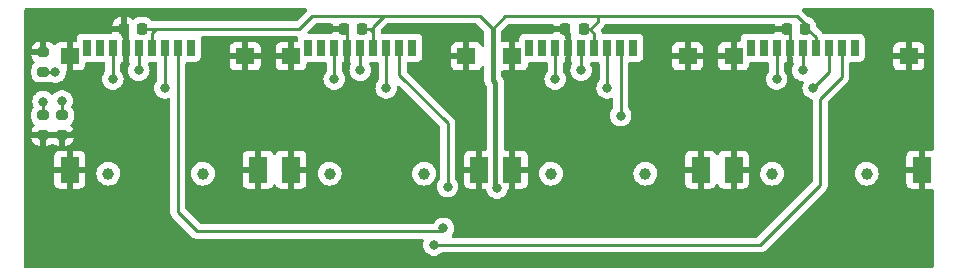
<source format=gtl>
%TF.GenerationSoftware,KiCad,Pcbnew,(6.0.1)*%
%TF.CreationDate,2022-03-04T18:54:32+03:00*%
%TF.ProjectId,MICROSD_EM_V1.1,4d494352-4f53-4445-9f45-4d5f56312e31,rev?*%
%TF.SameCoordinates,Original*%
%TF.FileFunction,Copper,L1,Top*%
%TF.FilePolarity,Positive*%
%FSLAX46Y46*%
G04 Gerber Fmt 4.6, Leading zero omitted, Abs format (unit mm)*
G04 Created by KiCad (PCBNEW (6.0.1)) date 2022-03-04 18:54:32*
%MOMM*%
%LPD*%
G01*
G04 APERTURE LIST*
G04 Aperture macros list*
%AMRoundRect*
0 Rectangle with rounded corners*
0 $1 Rounding radius*
0 $2 $3 $4 $5 $6 $7 $8 $9 X,Y pos of 4 corners*
0 Add a 4 corners polygon primitive as box body*
4,1,4,$2,$3,$4,$5,$6,$7,$8,$9,$2,$3,0*
0 Add four circle primitives for the rounded corners*
1,1,$1+$1,$2,$3*
1,1,$1+$1,$4,$5*
1,1,$1+$1,$6,$7*
1,1,$1+$1,$8,$9*
0 Add four rect primitives between the rounded corners*
20,1,$1+$1,$2,$3,$4,$5,0*
20,1,$1+$1,$4,$5,$6,$7,0*
20,1,$1+$1,$6,$7,$8,$9,0*
20,1,$1+$1,$8,$9,$2,$3,0*%
G04 Aperture macros list end*
%TA.AperFunction,SMDPad,CuDef*%
%ADD10RoundRect,0.200000X-0.275000X0.200000X-0.275000X-0.200000X0.275000X-0.200000X0.275000X0.200000X0*%
%TD*%
%TA.AperFunction,SMDPad,CuDef*%
%ADD11RoundRect,0.225000X0.225000X0.250000X-0.225000X0.250000X-0.225000X-0.250000X0.225000X-0.250000X0*%
%TD*%
%TA.AperFunction,SMDPad,CuDef*%
%ADD12R,0.700000X1.400000*%
%TD*%
%TA.AperFunction,SMDPad,CuDef*%
%ADD13R,1.600000X1.400000*%
%TD*%
%TA.AperFunction,SMDPad,CuDef*%
%ADD14R,1.600000X2.200000*%
%TD*%
%TA.AperFunction,ComponentPad*%
%ADD15C,1.000000*%
%TD*%
%TA.AperFunction,SMDPad,CuDef*%
%ADD16RoundRect,0.200000X0.275000X-0.200000X0.275000X0.200000X-0.275000X0.200000X-0.275000X-0.200000X0*%
%TD*%
%TA.AperFunction,ViaPad*%
%ADD17C,0.800000*%
%TD*%
%TA.AperFunction,Conductor*%
%ADD18C,0.250000*%
%TD*%
%TA.AperFunction,Conductor*%
%ADD19C,0.400000*%
%TD*%
G04 APERTURE END LIST*
D10*
%TO.P,R3,1*%
%TO.N,/B5*%
X99100000Y-136575000D03*
%TO.P,R3,2*%
%TO.N,GND*%
X99100000Y-138225000D03*
%TD*%
D11*
%TO.P,C3,1*%
%TO.N,/+3.3*%
X126125000Y-129250000D03*
%TO.P,C3,2*%
%TO.N,GND*%
X124575000Y-129250000D03*
%TD*%
%TO.P,C1,1*%
%TO.N,/+3.3*%
X163600000Y-129250000D03*
%TO.P,C1,2*%
%TO.N,GND*%
X162050000Y-129250000D03*
%TD*%
D12*
%TO.P,J4,1,DAT2*%
%TO.N,unconnected-(J4-Pad1)*%
X111608317Y-130861500D03*
%TO.P,J4,2,DAT3/CD*%
%TO.N,/M2_D4*%
X110508319Y-130861500D03*
%TO.P,J4,3,CMD*%
%TO.N,/B4*%
X109408321Y-130861500D03*
%TO.P,J4,4,VDD*%
%TO.N,/+3.3*%
X108308323Y-130861500D03*
%TO.P,J4,5,CLK*%
%TO.N,/B3*%
X107208326Y-130861500D03*
%TO.P,J4,6,VSS*%
%TO.N,GND*%
X106108328Y-130861500D03*
%TO.P,J4,7,DAT0*%
%TO.N,/B5*%
X105008330Y-130861500D03*
%TO.P,J4,8,DAT1*%
%TO.N,unconnected-(J4-Pad8)*%
X103908332Y-130861500D03*
%TO.P,J4,9,DET_SW*%
%TO.N,unconnected-(J4-Pad9)*%
X102808334Y-130861500D03*
D13*
%TO.P,J4,10,SHIELD*%
%TO.N,GND*%
X116208333Y-131561499D03*
D14*
X101358335Y-141161500D03*
D13*
X101358335Y-131561499D03*
D14*
X117308333Y-141161500D03*
D15*
%TO.P,J4,11*%
%TO.N,N/C*%
X104633334Y-141500000D03*
X112633334Y-141500000D03*
%TD*%
D12*
%TO.P,J3,1,DAT2*%
%TO.N,unconnected-(J3-Pad1)*%
X130341650Y-130861500D03*
%TO.P,J3,2,DAT3/CD*%
%TO.N,/M2_D3*%
X129241652Y-130861500D03*
%TO.P,J3,3,CMD*%
%TO.N,/B4*%
X128141654Y-130861500D03*
%TO.P,J3,4,VDD*%
%TO.N,/+3.3*%
X127041656Y-130861500D03*
%TO.P,J3,5,CLK*%
%TO.N,/B3*%
X125941659Y-130861500D03*
%TO.P,J3,6,VSS*%
%TO.N,GND*%
X124841661Y-130861500D03*
%TO.P,J3,7,DAT0*%
%TO.N,/B5*%
X123741663Y-130861500D03*
%TO.P,J3,8,DAT1*%
%TO.N,unconnected-(J3-Pad8)*%
X122641665Y-130861500D03*
%TO.P,J3,9,DET_SW*%
%TO.N,unconnected-(J3-Pad9)*%
X121541667Y-130861500D03*
D13*
%TO.P,J3,10,SHIELD*%
%TO.N,GND*%
X120091668Y-131561499D03*
D14*
X136041666Y-141161500D03*
X120091668Y-141161500D03*
D13*
X134941666Y-131561499D03*
D15*
%TO.P,J3,11*%
%TO.N,N/C*%
X123366667Y-141500000D03*
X131366667Y-141500000D03*
%TD*%
D11*
%TO.P,C2,1*%
%TO.N,/+3.3*%
X144875000Y-129250000D03*
%TO.P,C2,2*%
%TO.N,GND*%
X143325000Y-129250000D03*
%TD*%
D12*
%TO.P,J1,1,DAT2*%
%TO.N,unconnected-(J1-Pad1)*%
X167808317Y-130861500D03*
%TO.P,J1,2,DAT3/CD*%
%TO.N,/M2_D1*%
X166708319Y-130861500D03*
%TO.P,J1,3,CMD*%
%TO.N,/B4*%
X165608321Y-130861500D03*
%TO.P,J1,4,VDD*%
%TO.N,/+3.3*%
X164508323Y-130861500D03*
%TO.P,J1,5,CLK*%
%TO.N,/B3*%
X163408326Y-130861500D03*
%TO.P,J1,6,VSS*%
%TO.N,GND*%
X162308328Y-130861500D03*
%TO.P,J1,7,DAT0*%
%TO.N,/B5*%
X161208330Y-130861500D03*
%TO.P,J1,8,DAT1*%
%TO.N,unconnected-(J1-Pad8)*%
X160108332Y-130861500D03*
%TO.P,J1,9,DET_SW*%
%TO.N,unconnected-(J1-Pad9)*%
X159008334Y-130861500D03*
D14*
%TO.P,J1,10,SHIELD*%
%TO.N,GND*%
X173508333Y-141161500D03*
D13*
X157558335Y-131561499D03*
X172408333Y-131561499D03*
D14*
X157558335Y-141161500D03*
D15*
%TO.P,J1,11*%
%TO.N,N/C*%
X168833334Y-141500000D03*
X160833334Y-141500000D03*
%TD*%
D16*
%TO.P,R2,2*%
%TO.N,GND*%
X99100000Y-131225000D03*
%TO.P,R2,1*%
%TO.N,/B3*%
X99100000Y-132875000D03*
%TD*%
D12*
%TO.P,J2,1,DAT2*%
%TO.N,unconnected-(J2-Pad1)*%
X149074983Y-130861500D03*
%TO.P,J2,2,DAT3/CD*%
%TO.N,/M2_D2*%
X147974985Y-130861500D03*
%TO.P,J2,3,CMD*%
%TO.N,/B4*%
X146874987Y-130861500D03*
%TO.P,J2,4,VDD*%
%TO.N,/+3.3*%
X145774989Y-130861500D03*
%TO.P,J2,5,CLK*%
%TO.N,/B3*%
X144674992Y-130861500D03*
%TO.P,J2,6,VSS*%
%TO.N,GND*%
X143574994Y-130861500D03*
%TO.P,J2,7,DAT0*%
%TO.N,/B5*%
X142474996Y-130861500D03*
%TO.P,J2,8,DAT1*%
%TO.N,unconnected-(J2-Pad8)*%
X141374998Y-130861500D03*
%TO.P,J2,9,DET_SW*%
%TO.N,unconnected-(J2-Pad9)*%
X140275000Y-130861500D03*
D14*
%TO.P,J2,10,SHIELD*%
%TO.N,GND*%
X154774999Y-141161500D03*
D13*
X153674999Y-131561499D03*
X138825001Y-131561499D03*
D14*
X138825001Y-141161500D03*
D15*
%TO.P,J2,11*%
%TO.N,N/C*%
X142100000Y-141500000D03*
X150100000Y-141500000D03*
%TD*%
D10*
%TO.P,R1,1*%
%TO.N,/B4*%
X100700000Y-136575000D03*
%TO.P,R1,2*%
%TO.N,GND*%
X100700000Y-138225000D03*
%TD*%
D11*
%TO.P,C4,1*%
%TO.N,/+3.3*%
X107475000Y-129250000D03*
%TO.P,C4,2*%
%TO.N,GND*%
X105925000Y-129250000D03*
%TD*%
D17*
%TO.N,/B4*%
X100700000Y-135350000D03*
%TO.N,/B5*%
X99100000Y-135400000D03*
%TO.N,/B3*%
X100150000Y-132900000D03*
%TO.N,/M2_D1*%
X132200000Y-147550000D03*
%TO.N,/B4*%
X164300000Y-134250000D03*
X128150000Y-134250000D03*
X109400000Y-134250000D03*
X146850000Y-134250000D03*
%TO.N,/+3.3*%
X137524500Y-142724549D03*
%TO.N,/B3*%
X125950000Y-132750000D03*
X144650000Y-132750000D03*
X163408326Y-132741674D03*
X107200000Y-132750000D03*
%TO.N,/B5*%
X142450000Y-133500000D03*
X123750000Y-133500000D03*
X105000000Y-133500000D03*
X161208330Y-133491670D03*
%TO.N,/M2_D2*%
X148000000Y-136600000D03*
%TO.N,/M2_D3*%
X133350000Y-142600000D03*
%TO.N,/M2_D4*%
X133000000Y-146150000D03*
%TO.N,GND*%
X124850000Y-135150000D03*
X106100000Y-135150000D03*
X162300000Y-135150000D03*
X143600000Y-135150000D03*
%TD*%
D18*
%TO.N,GND*%
X101358335Y-129891665D02*
X102000000Y-129250000D01*
X102450000Y-129250000D02*
X102300000Y-129250000D01*
X105925000Y-129250000D02*
X102450000Y-129250000D01*
X102000000Y-129250000D02*
X102450000Y-129250000D01*
X102300000Y-129250000D02*
X99850000Y-129250000D01*
X101358335Y-131561499D02*
X101358335Y-129891665D01*
X99100000Y-130000000D02*
X99100000Y-131225000D01*
X99850000Y-129250000D02*
X99100000Y-130000000D01*
D19*
X101375000Y-138225000D02*
X100700000Y-138225000D01*
X104450000Y-135150000D02*
X101375000Y-138225000D01*
X106100000Y-135150000D02*
X104450000Y-135150000D01*
D18*
X99100000Y-138225000D02*
X100700000Y-138225000D01*
%TO.N,/B3*%
X100125000Y-132875000D02*
X100150000Y-132900000D01*
X99100000Y-132875000D02*
X100125000Y-132875000D01*
%TO.N,/B4*%
X100700000Y-135350000D02*
X100700000Y-136575000D01*
%TO.N,/B5*%
X99100000Y-135400000D02*
X99100000Y-136575000D01*
%TO.N,/M2_D1*%
X159800000Y-147550000D02*
X132200000Y-147550000D01*
X166708319Y-130861500D02*
X166708319Y-133341681D01*
X166708319Y-133341681D02*
X164900000Y-135150000D01*
X164900000Y-142450000D02*
X159800000Y-147550000D01*
X164900000Y-135150000D02*
X164900000Y-142450000D01*
%TO.N,/B4*%
X165608321Y-132891679D02*
X164250000Y-134250000D01*
X109400000Y-132650000D02*
X109400000Y-134250000D01*
X109408321Y-130861500D02*
X109408321Y-132641679D01*
X128150000Y-130869846D02*
X128150000Y-134250000D01*
X128141654Y-130861500D02*
X128150000Y-130869846D01*
X165608321Y-130861500D02*
X165608321Y-132891679D01*
X146850000Y-130886487D02*
X146874987Y-130861500D01*
X146850000Y-134250000D02*
X146850000Y-130886487D01*
X109408321Y-132641679D02*
X109400000Y-132650000D01*
%TO.N,/+3.3*%
X164508323Y-130861500D02*
X164508323Y-129911500D01*
X127041656Y-130861500D02*
X127041656Y-129591656D01*
X163600000Y-128850000D02*
X163600000Y-129350000D01*
X108700000Y-129250000D02*
X107475000Y-129250000D01*
X128700000Y-128150000D02*
X121900000Y-128150000D01*
X138232354Y-128200000D02*
X146050000Y-128200000D01*
X128700000Y-128150000D02*
X127950000Y-128150000D01*
X137166177Y-129266177D02*
X138232354Y-128200000D01*
X146050000Y-128200000D02*
X146050000Y-128650000D01*
X128700000Y-128150000D02*
X136050000Y-128150000D01*
X137400000Y-142600000D02*
X137524500Y-142724500D01*
D19*
X137400000Y-133800000D02*
X137400000Y-142600000D01*
X137166177Y-133566177D02*
X137400000Y-133800000D01*
D18*
X145400000Y-129300000D02*
X144875000Y-129300000D01*
X136050000Y-128150000D02*
X137166177Y-129266177D01*
X146050000Y-128200000D02*
X162950000Y-128200000D01*
X145774989Y-130861500D02*
X145774989Y-129674989D01*
X121900000Y-128150000D02*
X120800000Y-129250000D01*
X127041656Y-129058344D02*
X127041656Y-130861500D01*
X120800000Y-129250000D02*
X108700000Y-129250000D01*
D19*
X137166177Y-129266177D02*
X137166177Y-133566177D01*
D18*
X108700000Y-129250000D02*
X108308323Y-129641677D01*
X164508323Y-129911500D02*
X163646823Y-129050000D01*
X137524500Y-142724500D02*
X137524500Y-142724549D01*
X127041656Y-129591656D02*
X126750000Y-129300000D01*
X145774989Y-129674989D02*
X145400000Y-129300000D01*
X108308323Y-129641677D02*
X108308323Y-130861500D01*
X127950000Y-128150000D02*
X127041656Y-129058344D01*
X146050000Y-128650000D02*
X145400000Y-129300000D01*
X162950000Y-128200000D02*
X163600000Y-128850000D01*
X126750000Y-129300000D02*
X126125000Y-129300000D01*
%TO.N,/B3*%
X125941659Y-130861500D02*
X125941659Y-132091659D01*
X163408326Y-132741674D02*
X163408326Y-132800000D01*
X107208326Y-130861500D02*
X107208326Y-132750000D01*
X125950000Y-132100000D02*
X125950000Y-132750000D01*
X163408326Y-130861500D02*
X163408326Y-132741674D01*
X144674992Y-132750000D02*
X144674992Y-130861500D01*
X125941659Y-132091659D02*
X125950000Y-132100000D01*
%TO.N,/B5*%
X105008330Y-130861500D02*
X105008330Y-133191670D01*
X123741663Y-133541663D02*
X123741663Y-130861500D01*
X142474996Y-133500000D02*
X142474996Y-130861500D01*
X161208330Y-133491670D02*
X161208330Y-130861500D01*
X161208330Y-133500000D02*
X161208330Y-133491670D01*
X105008330Y-133191670D02*
X105008330Y-133491670D01*
X105008330Y-133491670D02*
X105000000Y-133500000D01*
%TO.N,/M2_D2*%
X147974985Y-130861500D02*
X148000000Y-130886515D01*
X148000000Y-130886515D02*
X148000000Y-136600000D01*
%TO.N,/M2_D3*%
X133350000Y-137250000D02*
X129241652Y-133141652D01*
X133350000Y-142600000D02*
X133350000Y-137250000D01*
X129241652Y-133141652D02*
X129241652Y-130861500D01*
%TO.N,/M2_D4*%
X110508319Y-144758319D02*
X112150000Y-146400000D01*
X132750000Y-146400000D02*
X133000000Y-146150000D01*
X112150000Y-146400000D02*
X132750000Y-146400000D01*
X110508319Y-130861500D02*
X110508319Y-144758319D01*
%TO.N,GND*%
X143574994Y-129549994D02*
X143325000Y-129300000D01*
X143574994Y-130861500D02*
X143574994Y-129549994D01*
X106108328Y-135191672D02*
X106091672Y-135191672D01*
X106091672Y-135191672D02*
X106050000Y-135150000D01*
X124841661Y-130861500D02*
X124841661Y-135150000D01*
X162308328Y-130861500D02*
X162308328Y-129508328D01*
X162308328Y-130861500D02*
X162308328Y-135150000D01*
X124841661Y-129566661D02*
X124575000Y-129300000D01*
X106108328Y-130861500D02*
X106108328Y-135191672D01*
X106108328Y-129433328D02*
X105925000Y-129250000D01*
X106108328Y-130861500D02*
X106108328Y-129433328D01*
X162308328Y-129508328D02*
X162050000Y-129250000D01*
X124841661Y-130861500D02*
X124841661Y-129566661D01*
X143574994Y-130861500D02*
X143574994Y-135125006D01*
%TD*%
%TA.AperFunction,Conductor*%
%TO.N,GND*%
G36*
X121409286Y-127528002D02*
G01*
X121455779Y-127581658D01*
X121465883Y-127651932D01*
X121438252Y-127714313D01*
X121434709Y-127718596D01*
X121426717Y-127727379D01*
X120574499Y-128579596D01*
X120512187Y-128613621D01*
X120485404Y-128616500D01*
X108778767Y-128616500D01*
X108767584Y-128615973D01*
X108760091Y-128614298D01*
X108752165Y-128614547D01*
X108752164Y-128614547D01*
X108692001Y-128616438D01*
X108688043Y-128616500D01*
X108395499Y-128616500D01*
X108327378Y-128596498D01*
X108288356Y-128556805D01*
X108282605Y-128547512D01*
X108282601Y-128547507D01*
X108278752Y-128541287D01*
X108157702Y-128420448D01*
X108076302Y-128370272D01*
X108018331Y-128334538D01*
X108018329Y-128334537D01*
X108012101Y-128330698D01*
X107849757Y-128276851D01*
X107842920Y-128276151D01*
X107842918Y-128276150D01*
X107801599Y-128271917D01*
X107748732Y-128266500D01*
X107201268Y-128266500D01*
X107198022Y-128266837D01*
X107198018Y-128266837D01*
X107168730Y-128269876D01*
X107098981Y-128277113D01*
X107090963Y-128279788D01*
X106943676Y-128328927D01*
X106943674Y-128328928D01*
X106936732Y-128331244D01*
X106791287Y-128421248D01*
X106786114Y-128426430D01*
X106780377Y-128430977D01*
X106778945Y-128429170D01*
X106726425Y-128457902D01*
X106655605Y-128452892D01*
X106619147Y-128429501D01*
X106618317Y-128430552D01*
X106601160Y-128417002D01*
X106468120Y-128334996D01*
X106454939Y-128328849D01*
X106306186Y-128279509D01*
X106292810Y-128276642D01*
X106201903Y-128267328D01*
X106196874Y-128267071D01*
X106181876Y-128271475D01*
X106180671Y-128272865D01*
X106179000Y-128280548D01*
X106179000Y-129595385D01*
X106183475Y-129610624D01*
X106184865Y-129611829D01*
X106192548Y-129613500D01*
X106236328Y-129613500D01*
X106304449Y-129633502D01*
X106350942Y-129687158D01*
X106362328Y-129739500D01*
X106362328Y-130016505D01*
X106359027Y-130044658D01*
X106356581Y-130051184D01*
X106349826Y-130113366D01*
X106349826Y-131609634D01*
X106356581Y-131671816D01*
X106359027Y-131678342D01*
X106362328Y-131706495D01*
X106362328Y-132051384D01*
X106366803Y-132066623D01*
X106380197Y-132078229D01*
X106418798Y-132099307D01*
X106452823Y-132161619D01*
X106447758Y-132232435D01*
X106438822Y-132251401D01*
X106365473Y-132378444D01*
X106306458Y-132560072D01*
X106305768Y-132566633D01*
X106305768Y-132566635D01*
X106299131Y-132629784D01*
X106286496Y-132750000D01*
X106287186Y-132756565D01*
X106301572Y-132893436D01*
X106306458Y-132939928D01*
X106365473Y-133121556D01*
X106368776Y-133127278D01*
X106368777Y-133127279D01*
X106402686Y-133186010D01*
X106460960Y-133286944D01*
X106465378Y-133291851D01*
X106465379Y-133291852D01*
X106584325Y-133423955D01*
X106588747Y-133428866D01*
X106623180Y-133453883D01*
X106735118Y-133535211D01*
X106743248Y-133541118D01*
X106749276Y-133543802D01*
X106749278Y-133543803D01*
X106900222Y-133611007D01*
X106917712Y-133618794D01*
X107001666Y-133636639D01*
X107098056Y-133657128D01*
X107098061Y-133657128D01*
X107104513Y-133658500D01*
X107295487Y-133658500D01*
X107301939Y-133657128D01*
X107301944Y-133657128D01*
X107398334Y-133636639D01*
X107482288Y-133618794D01*
X107499778Y-133611007D01*
X107650722Y-133543803D01*
X107650724Y-133543802D01*
X107656752Y-133541118D01*
X107664883Y-133535211D01*
X107776820Y-133453883D01*
X107811253Y-133428866D01*
X107815675Y-133423955D01*
X107934621Y-133291852D01*
X107934622Y-133291851D01*
X107939040Y-133286944D01*
X107997314Y-133186010D01*
X108031223Y-133127279D01*
X108031224Y-133127278D01*
X108034527Y-133121556D01*
X108093542Y-132939928D01*
X108098429Y-132893436D01*
X108112814Y-132756565D01*
X108113504Y-132750000D01*
X108100869Y-132629784D01*
X108094232Y-132566635D01*
X108094232Y-132566633D01*
X108093542Y-132560072D01*
X108034527Y-132378444D01*
X107996737Y-132312989D01*
X107965566Y-132259000D01*
X107948828Y-132190005D01*
X107972048Y-132122913D01*
X108027856Y-132079026D01*
X108074685Y-132070000D01*
X108648821Y-132070000D01*
X108716942Y-132090002D01*
X108763435Y-132143658D01*
X108774821Y-132196000D01*
X108774821Y-132521646D01*
X108770864Y-132552974D01*
X108766500Y-132569970D01*
X108766500Y-132590224D01*
X108764949Y-132609934D01*
X108761780Y-132629943D01*
X108762526Y-132637835D01*
X108765941Y-132673961D01*
X108766500Y-132685819D01*
X108766500Y-133547476D01*
X108746498Y-133615597D01*
X108734142Y-133631779D01*
X108660960Y-133713056D01*
X108565473Y-133878444D01*
X108506458Y-134060072D01*
X108505768Y-134066633D01*
X108505768Y-134066635D01*
X108494440Y-134174419D01*
X108486496Y-134250000D01*
X108487186Y-134256565D01*
X108503011Y-134407128D01*
X108506458Y-134439928D01*
X108565473Y-134621556D01*
X108660960Y-134786944D01*
X108788747Y-134928866D01*
X108849108Y-134972721D01*
X108925182Y-135027992D01*
X108943248Y-135041118D01*
X108949276Y-135043802D01*
X108949278Y-135043803D01*
X109111679Y-135116108D01*
X109117712Y-135118794D01*
X109211113Y-135138647D01*
X109298056Y-135157128D01*
X109298061Y-135157128D01*
X109304513Y-135158500D01*
X109495487Y-135158500D01*
X109501939Y-135157128D01*
X109501944Y-135157128D01*
X109588887Y-135138647D01*
X109682288Y-135118794D01*
X109692818Y-135114106D01*
X109697570Y-135111990D01*
X109767937Y-135102556D01*
X109832234Y-135132662D01*
X109870048Y-135192751D01*
X109874819Y-135227097D01*
X109874819Y-144679552D01*
X109874292Y-144690735D01*
X109872617Y-144698228D01*
X109872866Y-144706154D01*
X109872866Y-144706155D01*
X109874757Y-144766305D01*
X109874819Y-144770264D01*
X109874819Y-144798175D01*
X109875316Y-144802109D01*
X109875316Y-144802110D01*
X109875324Y-144802175D01*
X109876257Y-144814012D01*
X109877646Y-144858208D01*
X109883297Y-144877658D01*
X109887306Y-144897019D01*
X109889845Y-144917116D01*
X109892764Y-144924487D01*
X109892764Y-144924489D01*
X109906123Y-144958231D01*
X109909968Y-144969461D01*
X109922301Y-145011912D01*
X109926334Y-145018731D01*
X109926336Y-145018736D01*
X109932612Y-145029347D01*
X109941307Y-145047095D01*
X109948767Y-145065936D01*
X109953429Y-145072352D01*
X109953429Y-145072353D01*
X109974755Y-145101706D01*
X109981271Y-145111626D01*
X110003777Y-145149681D01*
X110018098Y-145164002D01*
X110030938Y-145179035D01*
X110042847Y-145195426D01*
X110048953Y-145200477D01*
X110076924Y-145223617D01*
X110085703Y-145231607D01*
X111646343Y-146792247D01*
X111653887Y-146800537D01*
X111658000Y-146807018D01*
X111663777Y-146812443D01*
X111707667Y-146853658D01*
X111710509Y-146856413D01*
X111730231Y-146876135D01*
X111733355Y-146878558D01*
X111733359Y-146878562D01*
X111733424Y-146878612D01*
X111742445Y-146886317D01*
X111774679Y-146916586D01*
X111781627Y-146920405D01*
X111781629Y-146920407D01*
X111792432Y-146926346D01*
X111808959Y-146937202D01*
X111818698Y-146944757D01*
X111818700Y-146944758D01*
X111824960Y-146949614D01*
X111865540Y-146967174D01*
X111876188Y-146972391D01*
X111914940Y-146993695D01*
X111922616Y-146995666D01*
X111922619Y-146995667D01*
X111934562Y-146998733D01*
X111953267Y-147005137D01*
X111971855Y-147013181D01*
X111979678Y-147014420D01*
X111979688Y-147014423D01*
X112015524Y-147020099D01*
X112027144Y-147022505D01*
X112062289Y-147031528D01*
X112069970Y-147033500D01*
X112090224Y-147033500D01*
X112109934Y-147035051D01*
X112129943Y-147038220D01*
X112137835Y-147037474D01*
X112173961Y-147034059D01*
X112185819Y-147033500D01*
X131239144Y-147033500D01*
X131307265Y-147053502D01*
X131353758Y-147107158D01*
X131363862Y-147177432D01*
X131358977Y-147198436D01*
X131306458Y-147360072D01*
X131286496Y-147550000D01*
X131306458Y-147739928D01*
X131365473Y-147921556D01*
X131460960Y-148086944D01*
X131465378Y-148091851D01*
X131465379Y-148091852D01*
X131547452Y-148183003D01*
X131588747Y-148228866D01*
X131743248Y-148341118D01*
X131749276Y-148343802D01*
X131749278Y-148343803D01*
X131911681Y-148416109D01*
X131917712Y-148418794D01*
X132011113Y-148438647D01*
X132098056Y-148457128D01*
X132098061Y-148457128D01*
X132104513Y-148458500D01*
X132295487Y-148458500D01*
X132301939Y-148457128D01*
X132301944Y-148457128D01*
X132388887Y-148438647D01*
X132482288Y-148418794D01*
X132488319Y-148416109D01*
X132650722Y-148343803D01*
X132650724Y-148343802D01*
X132656752Y-148341118D01*
X132811253Y-148228866D01*
X132815668Y-148223963D01*
X132820580Y-148219540D01*
X132821705Y-148220789D01*
X132875014Y-148187949D01*
X132908200Y-148183500D01*
X159721233Y-148183500D01*
X159732416Y-148184027D01*
X159739909Y-148185702D01*
X159747835Y-148185453D01*
X159747836Y-148185453D01*
X159807986Y-148183562D01*
X159811945Y-148183500D01*
X159839856Y-148183500D01*
X159843791Y-148183003D01*
X159843856Y-148182995D01*
X159855693Y-148182062D01*
X159887951Y-148181048D01*
X159891970Y-148180922D01*
X159899889Y-148180673D01*
X159919343Y-148175021D01*
X159938700Y-148171013D01*
X159950930Y-148169468D01*
X159950931Y-148169468D01*
X159958797Y-148168474D01*
X159966168Y-148165555D01*
X159966170Y-148165555D01*
X159999912Y-148152196D01*
X160011142Y-148148351D01*
X160045983Y-148138229D01*
X160045984Y-148138229D01*
X160053593Y-148136018D01*
X160060412Y-148131985D01*
X160060417Y-148131983D01*
X160071028Y-148125707D01*
X160088776Y-148117012D01*
X160107617Y-148109552D01*
X160143387Y-148083564D01*
X160153307Y-148077048D01*
X160184535Y-148058580D01*
X160184538Y-148058578D01*
X160191362Y-148054542D01*
X160205683Y-148040221D01*
X160220717Y-148027380D01*
X160230694Y-148020131D01*
X160237107Y-148015472D01*
X160265298Y-147981395D01*
X160273288Y-147972616D01*
X165292247Y-142953657D01*
X165300537Y-142946113D01*
X165307018Y-142942000D01*
X165353659Y-142892332D01*
X165356413Y-142889491D01*
X165376134Y-142869770D01*
X165378612Y-142866575D01*
X165386318Y-142857553D01*
X165411158Y-142831101D01*
X165416586Y-142825321D01*
X165426346Y-142807568D01*
X165437199Y-142791045D01*
X165444753Y-142781306D01*
X165449613Y-142775041D01*
X165467176Y-142734457D01*
X165472383Y-142723827D01*
X165493695Y-142685060D01*
X165495666Y-142677383D01*
X165495668Y-142677378D01*
X165498732Y-142665442D01*
X165505138Y-142646730D01*
X165510033Y-142635419D01*
X165513181Y-142628145D01*
X165514421Y-142620317D01*
X165514423Y-142620310D01*
X165520099Y-142584476D01*
X165522505Y-142572856D01*
X165531528Y-142537711D01*
X165531528Y-142537710D01*
X165533500Y-142530030D01*
X165533500Y-142509776D01*
X165535051Y-142490065D01*
X165535103Y-142489740D01*
X165538220Y-142470057D01*
X165534059Y-142426038D01*
X165533500Y-142414181D01*
X165533500Y-141485851D01*
X167820053Y-141485851D01*
X167836602Y-141682934D01*
X167891117Y-141873050D01*
X167981521Y-142048956D01*
X168104369Y-142203953D01*
X168254984Y-142332136D01*
X168427628Y-142428624D01*
X168615726Y-142489740D01*
X168812111Y-142513158D01*
X168818246Y-142512686D01*
X168818248Y-142512686D01*
X169003164Y-142498457D01*
X169003168Y-142498456D01*
X169009306Y-142497984D01*
X169199797Y-142444798D01*
X169205301Y-142442018D01*
X169205303Y-142442017D01*
X169370829Y-142358404D01*
X169370831Y-142358403D01*
X169376330Y-142355625D01*
X169439631Y-142306169D01*
X172200334Y-142306169D01*
X172200704Y-142312990D01*
X172206228Y-142363852D01*
X172209854Y-142379104D01*
X172255009Y-142499554D01*
X172263547Y-142515149D01*
X172340048Y-142617224D01*
X172352609Y-142629785D01*
X172454684Y-142706286D01*
X172470279Y-142714824D01*
X172590727Y-142759978D01*
X172605982Y-142763605D01*
X172656847Y-142769131D01*
X172663661Y-142769500D01*
X173236218Y-142769500D01*
X173251457Y-142765025D01*
X173252662Y-142763635D01*
X173254333Y-142755952D01*
X173254333Y-141433615D01*
X173249858Y-141418376D01*
X173248468Y-141417171D01*
X173240785Y-141415500D01*
X172218449Y-141415500D01*
X172203210Y-141419975D01*
X172202005Y-141421365D01*
X172200334Y-141429048D01*
X172200334Y-142306169D01*
X169439631Y-142306169D01*
X169532181Y-142233861D01*
X169661412Y-142084145D01*
X169759103Y-141912179D01*
X169821531Y-141724513D01*
X169846319Y-141528295D01*
X169846714Y-141500000D01*
X169827414Y-141303167D01*
X169770250Y-141113831D01*
X169677400Y-140939204D01*
X169636769Y-140889385D01*
X172200333Y-140889385D01*
X172204808Y-140904624D01*
X172206198Y-140905829D01*
X172213881Y-140907500D01*
X173236218Y-140907500D01*
X173251457Y-140903025D01*
X173252662Y-140901635D01*
X173254333Y-140893952D01*
X173254333Y-139571616D01*
X173249858Y-139556377D01*
X173248468Y-139555172D01*
X173240785Y-139553501D01*
X172663664Y-139553501D01*
X172656843Y-139553871D01*
X172605981Y-139559395D01*
X172590729Y-139563021D01*
X172470279Y-139608176D01*
X172454684Y-139616714D01*
X172352609Y-139693215D01*
X172340048Y-139705776D01*
X172263547Y-139807851D01*
X172255009Y-139823446D01*
X172209855Y-139943894D01*
X172206228Y-139959149D01*
X172200702Y-140010014D01*
X172200333Y-140016828D01*
X172200333Y-140889385D01*
X169636769Y-140889385D01*
X169607043Y-140852938D01*
X169556294Y-140790713D01*
X169556291Y-140790710D01*
X169552399Y-140785938D01*
X169546058Y-140780692D01*
X169404759Y-140663799D01*
X169404755Y-140663797D01*
X169400009Y-140659870D01*
X169226035Y-140565802D01*
X169037102Y-140507318D01*
X169030977Y-140506674D01*
X169030976Y-140506674D01*
X168846538Y-140487289D01*
X168846536Y-140487289D01*
X168840409Y-140486645D01*
X168757910Y-140494153D01*
X168649585Y-140504011D01*
X168649582Y-140504012D01*
X168643446Y-140504570D01*
X168637540Y-140506308D01*
X168637536Y-140506309D01*
X168532410Y-140537249D01*
X168453715Y-140560410D01*
X168448257Y-140563263D01*
X168448253Y-140563265D01*
X168357481Y-140610720D01*
X168278444Y-140652040D01*
X168124309Y-140775968D01*
X167997180Y-140927474D01*
X167994213Y-140932872D01*
X167994209Y-140932877D01*
X167990731Y-140939204D01*
X167901901Y-141100787D01*
X167900040Y-141106654D01*
X167900039Y-141106656D01*
X167843961Y-141283436D01*
X167842099Y-141289306D01*
X167820053Y-141485851D01*
X165533500Y-141485851D01*
X165533500Y-135464594D01*
X165553502Y-135396473D01*
X165570405Y-135375499D01*
X167100566Y-133845338D01*
X167108856Y-133837794D01*
X167115337Y-133833681D01*
X167161978Y-133784013D01*
X167164732Y-133781172D01*
X167184453Y-133761451D01*
X167186931Y-133758256D01*
X167194637Y-133749234D01*
X167213752Y-133728879D01*
X167224905Y-133717002D01*
X167234665Y-133699249D01*
X167245518Y-133682726D01*
X167246675Y-133681234D01*
X167257932Y-133666722D01*
X167275495Y-133626138D01*
X167280702Y-133615508D01*
X167302014Y-133576741D01*
X167303985Y-133569064D01*
X167303987Y-133569059D01*
X167307051Y-133557123D01*
X167313457Y-133538411D01*
X167318352Y-133527100D01*
X167321500Y-133519826D01*
X167322740Y-133511998D01*
X167322742Y-133511991D01*
X167328418Y-133476157D01*
X167330824Y-133464537D01*
X167339847Y-133429392D01*
X167339847Y-133429391D01*
X167341819Y-133421711D01*
X167341819Y-133401457D01*
X167343370Y-133381746D01*
X167345299Y-133369567D01*
X167346539Y-133361738D01*
X167342378Y-133317719D01*
X167341819Y-133305862D01*
X167341819Y-132306168D01*
X171100334Y-132306168D01*
X171100704Y-132312989D01*
X171106228Y-132363851D01*
X171109854Y-132379103D01*
X171155009Y-132499553D01*
X171163547Y-132515148D01*
X171240048Y-132617223D01*
X171252609Y-132629784D01*
X171354684Y-132706285D01*
X171370279Y-132714823D01*
X171490727Y-132759977D01*
X171505982Y-132763604D01*
X171556847Y-132769130D01*
X171563661Y-132769499D01*
X172136218Y-132769499D01*
X172151457Y-132765024D01*
X172152662Y-132763634D01*
X172154333Y-132755951D01*
X172154333Y-132751383D01*
X172662333Y-132751383D01*
X172666808Y-132766622D01*
X172668198Y-132767827D01*
X172675881Y-132769498D01*
X173253002Y-132769498D01*
X173259823Y-132769128D01*
X173310685Y-132763604D01*
X173325937Y-132759978D01*
X173446387Y-132714823D01*
X173461982Y-132706285D01*
X173564057Y-132629784D01*
X173576618Y-132617223D01*
X173653119Y-132515148D01*
X173661657Y-132499553D01*
X173706811Y-132379105D01*
X173710438Y-132363850D01*
X173715964Y-132312985D01*
X173716333Y-132306171D01*
X173716333Y-131833614D01*
X173711858Y-131818375D01*
X173710468Y-131817170D01*
X173702785Y-131815499D01*
X172680448Y-131815499D01*
X172665209Y-131819974D01*
X172664004Y-131821364D01*
X172662333Y-131829047D01*
X172662333Y-132751383D01*
X172154333Y-132751383D01*
X172154333Y-131833614D01*
X172149858Y-131818375D01*
X172148468Y-131817170D01*
X172140785Y-131815499D01*
X171118449Y-131815499D01*
X171103210Y-131819974D01*
X171102005Y-131821364D01*
X171100334Y-131829047D01*
X171100334Y-132306168D01*
X167341819Y-132306168D01*
X167341819Y-132196000D01*
X167361821Y-132127879D01*
X167415477Y-132081386D01*
X167467819Y-132070000D01*
X168206451Y-132070000D01*
X168268633Y-132063245D01*
X168405022Y-132012115D01*
X168521578Y-131924761D01*
X168608932Y-131808205D01*
X168660062Y-131671816D01*
X168666817Y-131609634D01*
X168666817Y-131289384D01*
X171100333Y-131289384D01*
X171104808Y-131304623D01*
X171106198Y-131305828D01*
X171113881Y-131307499D01*
X172136218Y-131307499D01*
X172151457Y-131303024D01*
X172152662Y-131301634D01*
X172154333Y-131293951D01*
X172154333Y-131289384D01*
X172662333Y-131289384D01*
X172666808Y-131304623D01*
X172668198Y-131305828D01*
X172675881Y-131307499D01*
X173698217Y-131307499D01*
X173713456Y-131303024D01*
X173714661Y-131301634D01*
X173716332Y-131293951D01*
X173716332Y-130816830D01*
X173715962Y-130810009D01*
X173710438Y-130759147D01*
X173706812Y-130743895D01*
X173661657Y-130623445D01*
X173653119Y-130607850D01*
X173576618Y-130505775D01*
X173564057Y-130493214D01*
X173461982Y-130416713D01*
X173446387Y-130408175D01*
X173325939Y-130363021D01*
X173310684Y-130359394D01*
X173259819Y-130353868D01*
X173253005Y-130353499D01*
X172680448Y-130353499D01*
X172665209Y-130357974D01*
X172664004Y-130359364D01*
X172662333Y-130367047D01*
X172662333Y-131289384D01*
X172154333Y-131289384D01*
X172154333Y-130371615D01*
X172149858Y-130356376D01*
X172148468Y-130355171D01*
X172140785Y-130353500D01*
X171563664Y-130353500D01*
X171556843Y-130353870D01*
X171505981Y-130359394D01*
X171490729Y-130363020D01*
X171370279Y-130408175D01*
X171354684Y-130416713D01*
X171252609Y-130493214D01*
X171240048Y-130505775D01*
X171163547Y-130607850D01*
X171155009Y-130623445D01*
X171109855Y-130743893D01*
X171106228Y-130759148D01*
X171100702Y-130810013D01*
X171100333Y-130816827D01*
X171100333Y-131289384D01*
X168666817Y-131289384D01*
X168666817Y-130113366D01*
X168660062Y-130051184D01*
X168608932Y-129914795D01*
X168521578Y-129798239D01*
X168405022Y-129710885D01*
X168268633Y-129659755D01*
X168206451Y-129653000D01*
X167410183Y-129653000D01*
X167348001Y-129659755D01*
X167302547Y-129676795D01*
X167231741Y-129681978D01*
X167214091Y-129676796D01*
X167168635Y-129659755D01*
X167106453Y-129653000D01*
X166310185Y-129653000D01*
X166248003Y-129659755D01*
X166202549Y-129676795D01*
X166131743Y-129681978D01*
X166114093Y-129676796D01*
X166068637Y-129659755D01*
X166006455Y-129653000D01*
X165210187Y-129653000D01*
X165206797Y-129653368D01*
X165206783Y-129653369D01*
X165183843Y-129655861D01*
X165113961Y-129643332D01*
X165070748Y-129601796D01*
X165067875Y-129603883D01*
X165041887Y-129568113D01*
X165035371Y-129558193D01*
X165016903Y-129526965D01*
X165016901Y-129526962D01*
X165012865Y-129520138D01*
X164998544Y-129505817D01*
X164985703Y-129490783D01*
X164978454Y-129480806D01*
X164973795Y-129474393D01*
X164967690Y-129469342D01*
X164967685Y-129469337D01*
X164939725Y-129446206D01*
X164930947Y-129438219D01*
X164595405Y-129102678D01*
X164561380Y-129040365D01*
X164558500Y-129013582D01*
X164558500Y-128951268D01*
X164547887Y-128848981D01*
X164493756Y-128686732D01*
X164403752Y-128541287D01*
X164282702Y-128420448D01*
X164201302Y-128370272D01*
X164143331Y-128334538D01*
X164143329Y-128334537D01*
X164137101Y-128330698D01*
X163974757Y-128276851D01*
X163967919Y-128276150D01*
X163967917Y-128276150D01*
X163961395Y-128275482D01*
X163895667Y-128248643D01*
X163885137Y-128239233D01*
X163453647Y-127807742D01*
X163446113Y-127799463D01*
X163442000Y-127792982D01*
X163392348Y-127746356D01*
X163389507Y-127743602D01*
X163369770Y-127723865D01*
X163370971Y-127722664D01*
X163336788Y-127668434D01*
X163337413Y-127597440D01*
X163376320Y-127538054D01*
X163441157Y-127509130D01*
X163457992Y-127508000D01*
X174366000Y-127508000D01*
X174434121Y-127528002D01*
X174480614Y-127581658D01*
X174492000Y-127634000D01*
X174492000Y-139428019D01*
X174471998Y-139496140D01*
X174418342Y-139542633D01*
X174359182Y-139553834D01*
X174353018Y-139553500D01*
X173780448Y-139553500D01*
X173765209Y-139557975D01*
X173764004Y-139559365D01*
X173762333Y-139567048D01*
X173762333Y-142751384D01*
X173766808Y-142766623D01*
X173768198Y-142767828D01*
X173775881Y-142769499D01*
X174353018Y-142769499D01*
X174359183Y-142769165D01*
X174428286Y-142785452D01*
X174477614Y-142836514D01*
X174492000Y-142894980D01*
X174492000Y-149366000D01*
X174471998Y-149434121D01*
X174418342Y-149480614D01*
X174366000Y-149492000D01*
X97634000Y-149492000D01*
X97565879Y-149471998D01*
X97519386Y-149418342D01*
X97508000Y-149366000D01*
X97508000Y-142306169D01*
X100050336Y-142306169D01*
X100050706Y-142312990D01*
X100056230Y-142363852D01*
X100059856Y-142379104D01*
X100105011Y-142499554D01*
X100113549Y-142515149D01*
X100190050Y-142617224D01*
X100202611Y-142629785D01*
X100304686Y-142706286D01*
X100320281Y-142714824D01*
X100440729Y-142759978D01*
X100455984Y-142763605D01*
X100506849Y-142769131D01*
X100513663Y-142769500D01*
X101086220Y-142769500D01*
X101101459Y-142765025D01*
X101102664Y-142763635D01*
X101104335Y-142755952D01*
X101104335Y-142751384D01*
X101612335Y-142751384D01*
X101616810Y-142766623D01*
X101618200Y-142767828D01*
X101625883Y-142769499D01*
X102203004Y-142769499D01*
X102209825Y-142769129D01*
X102260687Y-142763605D01*
X102275939Y-142759979D01*
X102396389Y-142714824D01*
X102411984Y-142706286D01*
X102514059Y-142629785D01*
X102526620Y-142617224D01*
X102603121Y-142515149D01*
X102611659Y-142499554D01*
X102656813Y-142379106D01*
X102660440Y-142363851D01*
X102665966Y-142312986D01*
X102666335Y-142306172D01*
X102666335Y-141485851D01*
X103620053Y-141485851D01*
X103636602Y-141682934D01*
X103691117Y-141873050D01*
X103781521Y-142048956D01*
X103904369Y-142203953D01*
X104054984Y-142332136D01*
X104227628Y-142428624D01*
X104415726Y-142489740D01*
X104612111Y-142513158D01*
X104618246Y-142512686D01*
X104618248Y-142512686D01*
X104803164Y-142498457D01*
X104803168Y-142498456D01*
X104809306Y-142497984D01*
X104999797Y-142444798D01*
X105005301Y-142442018D01*
X105005303Y-142442017D01*
X105170829Y-142358404D01*
X105170831Y-142358403D01*
X105176330Y-142355625D01*
X105332181Y-142233861D01*
X105461412Y-142084145D01*
X105559103Y-141912179D01*
X105621531Y-141724513D01*
X105646319Y-141528295D01*
X105646714Y-141500000D01*
X105627414Y-141303167D01*
X105570250Y-141113831D01*
X105477400Y-140939204D01*
X105407043Y-140852938D01*
X105356294Y-140790713D01*
X105356291Y-140790710D01*
X105352399Y-140785938D01*
X105346058Y-140780692D01*
X105204759Y-140663799D01*
X105204755Y-140663797D01*
X105200009Y-140659870D01*
X105026035Y-140565802D01*
X104837102Y-140507318D01*
X104830977Y-140506674D01*
X104830976Y-140506674D01*
X104646538Y-140487289D01*
X104646536Y-140487289D01*
X104640409Y-140486645D01*
X104557910Y-140494153D01*
X104449585Y-140504011D01*
X104449582Y-140504012D01*
X104443446Y-140504570D01*
X104437540Y-140506308D01*
X104437536Y-140506309D01*
X104332410Y-140537249D01*
X104253715Y-140560410D01*
X104248257Y-140563263D01*
X104248253Y-140563265D01*
X104157481Y-140610720D01*
X104078444Y-140652040D01*
X103924309Y-140775968D01*
X103797180Y-140927474D01*
X103794213Y-140932872D01*
X103794209Y-140932877D01*
X103790731Y-140939204D01*
X103701901Y-141100787D01*
X103700040Y-141106654D01*
X103700039Y-141106656D01*
X103643961Y-141283436D01*
X103642099Y-141289306D01*
X103620053Y-141485851D01*
X102666335Y-141485851D01*
X102666335Y-141433615D01*
X102661860Y-141418376D01*
X102660470Y-141417171D01*
X102652787Y-141415500D01*
X101630450Y-141415500D01*
X101615211Y-141419975D01*
X101614006Y-141421365D01*
X101612335Y-141429048D01*
X101612335Y-142751384D01*
X101104335Y-142751384D01*
X101104335Y-141433615D01*
X101099860Y-141418376D01*
X101098470Y-141417171D01*
X101090787Y-141415500D01*
X100068451Y-141415500D01*
X100053212Y-141419975D01*
X100052007Y-141421365D01*
X100050336Y-141429048D01*
X100050336Y-142306169D01*
X97508000Y-142306169D01*
X97508000Y-140889385D01*
X100050335Y-140889385D01*
X100054810Y-140904624D01*
X100056200Y-140905829D01*
X100063883Y-140907500D01*
X101086220Y-140907500D01*
X101101459Y-140903025D01*
X101102664Y-140901635D01*
X101104335Y-140893952D01*
X101104335Y-140889385D01*
X101612335Y-140889385D01*
X101616810Y-140904624D01*
X101618200Y-140905829D01*
X101625883Y-140907500D01*
X102648219Y-140907500D01*
X102663458Y-140903025D01*
X102664663Y-140901635D01*
X102666334Y-140893952D01*
X102666334Y-140016831D01*
X102665964Y-140010010D01*
X102660440Y-139959148D01*
X102656814Y-139943896D01*
X102611659Y-139823446D01*
X102603121Y-139807851D01*
X102526620Y-139705776D01*
X102514059Y-139693215D01*
X102411984Y-139616714D01*
X102396389Y-139608176D01*
X102275941Y-139563022D01*
X102260686Y-139559395D01*
X102209821Y-139553869D01*
X102203007Y-139553500D01*
X101630450Y-139553500D01*
X101615211Y-139557975D01*
X101614006Y-139559365D01*
X101612335Y-139567048D01*
X101612335Y-140889385D01*
X101104335Y-140889385D01*
X101104335Y-139571616D01*
X101099860Y-139556377D01*
X101098470Y-139555172D01*
X101090787Y-139553501D01*
X100513666Y-139553501D01*
X100506845Y-139553871D01*
X100455983Y-139559395D01*
X100440731Y-139563021D01*
X100320281Y-139608176D01*
X100304686Y-139616714D01*
X100202611Y-139693215D01*
X100190050Y-139705776D01*
X100113549Y-139807851D01*
X100105011Y-139823446D01*
X100059857Y-139943894D01*
X100056230Y-139959149D01*
X100050704Y-140010014D01*
X100050335Y-140016828D01*
X100050335Y-140889385D01*
X97508000Y-140889385D01*
X97508000Y-138489294D01*
X98117709Y-138489294D01*
X98123132Y-138548315D01*
X98125743Y-138561351D01*
X98172715Y-138711243D01*
X98178921Y-138724988D01*
X98259824Y-138858574D01*
X98269131Y-138870443D01*
X98379557Y-138980869D01*
X98391426Y-138990176D01*
X98525012Y-139071079D01*
X98538757Y-139077285D01*
X98688644Y-139124256D01*
X98701694Y-139126869D01*
X98765521Y-139132734D01*
X98771309Y-139133000D01*
X98827885Y-139133000D01*
X98843124Y-139128525D01*
X98844329Y-139127135D01*
X98846000Y-139119452D01*
X98846000Y-139114884D01*
X99354000Y-139114884D01*
X99358475Y-139130123D01*
X99359865Y-139131328D01*
X99367548Y-139132999D01*
X99428705Y-139132999D01*
X99434454Y-139132736D01*
X99498315Y-139126868D01*
X99511351Y-139124257D01*
X99661243Y-139077285D01*
X99674988Y-139071079D01*
X99808574Y-138990176D01*
X99822250Y-138979452D01*
X99888197Y-138953157D01*
X99957892Y-138966690D01*
X99977750Y-138979452D01*
X99991426Y-138990176D01*
X100125012Y-139071079D01*
X100138757Y-139077285D01*
X100288644Y-139124256D01*
X100301694Y-139126869D01*
X100365521Y-139132734D01*
X100371309Y-139133000D01*
X100427885Y-139133000D01*
X100443124Y-139128525D01*
X100444329Y-139127135D01*
X100446000Y-139119452D01*
X100446000Y-139114884D01*
X100954000Y-139114884D01*
X100958475Y-139130123D01*
X100959865Y-139131328D01*
X100967548Y-139132999D01*
X101028705Y-139132999D01*
X101034454Y-139132736D01*
X101098315Y-139126868D01*
X101111351Y-139124257D01*
X101261243Y-139077285D01*
X101274988Y-139071079D01*
X101408574Y-138990176D01*
X101420443Y-138980869D01*
X101530869Y-138870443D01*
X101540176Y-138858574D01*
X101621079Y-138724988D01*
X101627285Y-138711243D01*
X101674256Y-138561356D01*
X101676869Y-138548306D01*
X101681913Y-138493414D01*
X101678525Y-138481876D01*
X101677135Y-138480671D01*
X101669452Y-138479000D01*
X100972115Y-138479000D01*
X100956876Y-138483475D01*
X100955671Y-138484865D01*
X100954000Y-138492548D01*
X100954000Y-139114884D01*
X100446000Y-139114884D01*
X100446000Y-138497115D01*
X100441525Y-138481876D01*
X100440135Y-138480671D01*
X100432452Y-138479000D01*
X99372115Y-138479000D01*
X99356876Y-138483475D01*
X99355671Y-138484865D01*
X99354000Y-138492548D01*
X99354000Y-139114884D01*
X98846000Y-139114884D01*
X98846000Y-138497115D01*
X98841525Y-138481876D01*
X98840135Y-138480671D01*
X98832452Y-138479000D01*
X98135116Y-138479000D01*
X98119877Y-138483475D01*
X98118672Y-138484865D01*
X98117709Y-138489294D01*
X97508000Y-138489294D01*
X97508000Y-136318365D01*
X98116500Y-136318365D01*
X98116501Y-136831634D01*
X98116764Y-136834492D01*
X98116764Y-136834501D01*
X98117021Y-136837299D01*
X98123247Y-136905062D01*
X98125246Y-136911440D01*
X98125246Y-136911441D01*
X98165179Y-137038865D01*
X98174528Y-137068699D01*
X98263361Y-137215381D01*
X98359239Y-137311259D01*
X98393265Y-137373571D01*
X98388200Y-137444386D01*
X98359239Y-137489449D01*
X98269131Y-137579557D01*
X98259824Y-137591426D01*
X98178921Y-137725012D01*
X98172715Y-137738757D01*
X98125744Y-137888644D01*
X98123131Y-137901694D01*
X98118087Y-137956586D01*
X98121475Y-137968124D01*
X98122865Y-137969329D01*
X98130548Y-137971000D01*
X101664884Y-137971000D01*
X101680123Y-137966525D01*
X101681328Y-137965135D01*
X101682291Y-137960706D01*
X101676868Y-137901685D01*
X101674257Y-137888649D01*
X101627285Y-137738757D01*
X101621079Y-137725012D01*
X101540176Y-137591426D01*
X101530869Y-137579557D01*
X101440761Y-137489449D01*
X101406735Y-137427137D01*
X101411800Y-137356322D01*
X101440761Y-137311259D01*
X101536639Y-137215381D01*
X101625472Y-137068699D01*
X101634822Y-137038865D01*
X101655915Y-136971556D01*
X101676753Y-136905062D01*
X101683500Y-136831635D01*
X101683499Y-136318366D01*
X101683234Y-136315474D01*
X101677364Y-136251592D01*
X101676753Y-136244938D01*
X101625472Y-136081301D01*
X101536639Y-135934619D01*
X101525679Y-135923659D01*
X101491653Y-135861347D01*
X101496718Y-135790532D01*
X101505655Y-135771563D01*
X101509288Y-135765271D01*
X101534527Y-135721556D01*
X101593542Y-135539928D01*
X101613504Y-135350000D01*
X101596077Y-135184191D01*
X101594232Y-135166635D01*
X101594232Y-135166633D01*
X101593542Y-135160072D01*
X101534527Y-134978444D01*
X101439040Y-134813056D01*
X101428875Y-134801766D01*
X101315675Y-134676045D01*
X101315674Y-134676044D01*
X101311253Y-134671134D01*
X101156752Y-134558882D01*
X101150724Y-134556198D01*
X101150722Y-134556197D01*
X100988319Y-134483891D01*
X100988318Y-134483891D01*
X100982288Y-134481206D01*
X100888888Y-134461353D01*
X100801944Y-134442872D01*
X100801939Y-134442872D01*
X100795487Y-134441500D01*
X100604513Y-134441500D01*
X100598061Y-134442872D01*
X100598056Y-134442872D01*
X100511112Y-134461353D01*
X100417712Y-134481206D01*
X100411682Y-134483891D01*
X100411681Y-134483891D01*
X100249278Y-134556197D01*
X100249276Y-134556198D01*
X100243248Y-134558882D01*
X100088747Y-134671134D01*
X99980053Y-134791852D01*
X99971126Y-134801766D01*
X99910680Y-134839006D01*
X99839697Y-134837654D01*
X99783854Y-134801766D01*
X99774928Y-134791852D01*
X99711253Y-134721134D01*
X99556752Y-134608882D01*
X99550724Y-134606198D01*
X99550722Y-134606197D01*
X99388319Y-134533891D01*
X99388318Y-134533891D01*
X99382288Y-134531206D01*
X99288888Y-134511353D01*
X99201944Y-134492872D01*
X99201939Y-134492872D01*
X99195487Y-134491500D01*
X99004513Y-134491500D01*
X98998061Y-134492872D01*
X98998056Y-134492872D01*
X98911112Y-134511353D01*
X98817712Y-134531206D01*
X98811682Y-134533891D01*
X98811681Y-134533891D01*
X98649278Y-134606197D01*
X98649276Y-134606198D01*
X98643248Y-134608882D01*
X98488747Y-134721134D01*
X98484326Y-134726044D01*
X98484325Y-134726045D01*
X98400832Y-134818774D01*
X98360960Y-134863056D01*
X98265473Y-135028444D01*
X98206458Y-135210072D01*
X98205768Y-135216633D01*
X98205768Y-135216635D01*
X98192441Y-135343435D01*
X98186496Y-135400000D01*
X98206458Y-135589928D01*
X98265473Y-135771556D01*
X98276717Y-135791031D01*
X98293454Y-135860023D01*
X98267074Y-135930906D01*
X98263361Y-135934619D01*
X98174528Y-136081301D01*
X98123247Y-136244938D01*
X98116500Y-136318365D01*
X97508000Y-136318365D01*
X97508000Y-132618365D01*
X98116500Y-132618365D01*
X98116501Y-133131634D01*
X98116764Y-133134492D01*
X98116764Y-133134501D01*
X98120026Y-133170004D01*
X98123247Y-133205062D01*
X98125246Y-133211440D01*
X98125246Y-133211441D01*
X98161780Y-133328019D01*
X98174528Y-133368699D01*
X98263361Y-133515381D01*
X98384619Y-133636639D01*
X98531301Y-133725472D01*
X98538548Y-133727743D01*
X98538550Y-133727744D01*
X98597217Y-133746129D01*
X98694938Y-133776753D01*
X98768365Y-133783500D01*
X98771263Y-133783500D01*
X99100860Y-133783499D01*
X99431634Y-133783499D01*
X99434492Y-133783236D01*
X99434501Y-133783236D01*
X99476054Y-133779418D01*
X99505062Y-133776753D01*
X99539027Y-133766109D01*
X99661450Y-133727744D01*
X99661452Y-133727743D01*
X99668699Y-133725472D01*
X99669436Y-133725026D01*
X99736909Y-133715620D01*
X99769689Y-133725151D01*
X99826253Y-133750335D01*
X99857513Y-133764253D01*
X99867712Y-133768794D01*
X99961112Y-133788647D01*
X100048056Y-133807128D01*
X100048061Y-133807128D01*
X100054513Y-133808500D01*
X100245487Y-133808500D01*
X100251939Y-133807128D01*
X100251944Y-133807128D01*
X100338888Y-133788647D01*
X100432288Y-133768794D01*
X100438319Y-133766109D01*
X100600722Y-133693803D01*
X100600724Y-133693802D01*
X100606752Y-133691118D01*
X100631687Y-133673002D01*
X100676317Y-133640576D01*
X100761253Y-133578866D01*
X100770083Y-133569059D01*
X100884621Y-133441852D01*
X100884622Y-133441851D01*
X100889040Y-133436944D01*
X100975643Y-133286944D01*
X100981223Y-133277279D01*
X100981224Y-133277278D01*
X100984527Y-133271556D01*
X101043542Y-133089928D01*
X101057393Y-132958148D01*
X101062814Y-132906565D01*
X101063504Y-132900000D01*
X101060672Y-132873057D01*
X101073444Y-132803220D01*
X101090757Y-132777375D01*
X101102664Y-132763634D01*
X101104335Y-132755951D01*
X101104335Y-132751383D01*
X101612335Y-132751383D01*
X101616810Y-132766622D01*
X101618200Y-132767827D01*
X101625883Y-132769498D01*
X102203004Y-132769498D01*
X102209825Y-132769128D01*
X102260687Y-132763604D01*
X102275939Y-132759978D01*
X102396389Y-132714823D01*
X102411984Y-132706285D01*
X102514059Y-132629784D01*
X102526620Y-132617223D01*
X102603121Y-132515148D01*
X102611659Y-132499553D01*
X102656813Y-132379105D01*
X102660440Y-132363850D01*
X102665966Y-132312985D01*
X102666335Y-132306171D01*
X102666335Y-132196000D01*
X102686337Y-132127879D01*
X102739993Y-132081386D01*
X102792335Y-132070000D01*
X103206468Y-132070000D01*
X103268650Y-132063245D01*
X103314104Y-132046205D01*
X103384910Y-132041022D01*
X103402560Y-132046204D01*
X103448016Y-132063245D01*
X103510198Y-132070000D01*
X104248830Y-132070000D01*
X104316951Y-132090002D01*
X104363444Y-132143658D01*
X104374830Y-132196000D01*
X104374830Y-132788224D01*
X104354828Y-132856345D01*
X104342466Y-132872534D01*
X104295191Y-132925039D01*
X104260960Y-132963056D01*
X104222659Y-133029396D01*
X104170953Y-133118953D01*
X104165473Y-133128444D01*
X104106458Y-133310072D01*
X104105768Y-133316633D01*
X104105768Y-133316635D01*
X104087372Y-133491670D01*
X104086496Y-133500000D01*
X104087186Y-133506565D01*
X104103011Y-133657128D01*
X104106458Y-133689928D01*
X104165473Y-133871556D01*
X104260960Y-134036944D01*
X104265378Y-134041851D01*
X104265379Y-134041852D01*
X104287694Y-134066635D01*
X104388747Y-134178866D01*
X104543248Y-134291118D01*
X104549276Y-134293802D01*
X104549278Y-134293803D01*
X104699002Y-134360464D01*
X104717712Y-134368794D01*
X104811113Y-134388647D01*
X104898056Y-134407128D01*
X104898061Y-134407128D01*
X104904513Y-134408500D01*
X105095487Y-134408500D01*
X105101939Y-134407128D01*
X105101944Y-134407128D01*
X105188887Y-134388647D01*
X105282288Y-134368794D01*
X105300998Y-134360464D01*
X105450722Y-134293803D01*
X105450724Y-134293802D01*
X105456752Y-134291118D01*
X105611253Y-134178866D01*
X105712306Y-134066635D01*
X105734621Y-134041852D01*
X105734622Y-134041851D01*
X105739040Y-134036944D01*
X105834527Y-133871556D01*
X105893542Y-133689928D01*
X105896990Y-133657128D01*
X105912814Y-133506565D01*
X105913504Y-133500000D01*
X105912628Y-133491670D01*
X105894232Y-133316635D01*
X105894232Y-133316633D01*
X105893542Y-133310072D01*
X105834527Y-133128444D01*
X105829048Y-133118953D01*
X105777341Y-133029396D01*
X105739040Y-132963056D01*
X105704810Y-132925039D01*
X105674194Y-132891037D01*
X105643476Y-132827030D01*
X105641830Y-132806727D01*
X105641830Y-132195500D01*
X105661832Y-132127379D01*
X105715488Y-132080886D01*
X105767830Y-132069500D01*
X105836213Y-132069500D01*
X105851452Y-132065025D01*
X105852657Y-132063635D01*
X105854328Y-132055952D01*
X105854328Y-131706495D01*
X105857629Y-131678342D01*
X105860075Y-131671816D01*
X105866830Y-131609634D01*
X105866830Y-130113366D01*
X105860075Y-130051184D01*
X105808945Y-129914795D01*
X105721591Y-129798239D01*
X105714411Y-129792858D01*
X105708061Y-129786508D01*
X105710740Y-129783829D01*
X105678905Y-129741222D01*
X105671000Y-129697296D01*
X105671000Y-129522115D01*
X105666525Y-129506876D01*
X105665135Y-129505671D01*
X105657452Y-129504000D01*
X104985115Y-129504000D01*
X104969876Y-129508475D01*
X104968671Y-129509865D01*
X104967000Y-129517548D01*
X104967000Y-129527000D01*
X104946998Y-129595121D01*
X104893342Y-129641614D01*
X104841000Y-129653000D01*
X104610196Y-129653000D01*
X104548014Y-129659755D01*
X104502560Y-129676795D01*
X104431754Y-129681978D01*
X104414104Y-129676796D01*
X104368648Y-129659755D01*
X104306466Y-129653000D01*
X103510198Y-129653000D01*
X103448016Y-129659755D01*
X103402562Y-129676795D01*
X103331756Y-129681978D01*
X103314106Y-129676796D01*
X103268650Y-129659755D01*
X103206468Y-129653000D01*
X102410200Y-129653000D01*
X102348018Y-129659755D01*
X102211629Y-129710885D01*
X102095073Y-129798239D01*
X102007719Y-129914795D01*
X101956589Y-130051184D01*
X101949834Y-130113366D01*
X101949834Y-130227499D01*
X101929832Y-130295620D01*
X101876176Y-130342113D01*
X101823834Y-130353499D01*
X101630450Y-130353499D01*
X101615211Y-130357974D01*
X101614006Y-130359364D01*
X101612335Y-130367047D01*
X101612335Y-132751383D01*
X101104335Y-132751383D01*
X101104335Y-130371615D01*
X101099860Y-130356376D01*
X101098470Y-130355171D01*
X101090787Y-130353500D01*
X100513666Y-130353500D01*
X100506845Y-130353870D01*
X100455983Y-130359394D01*
X100440731Y-130363020D01*
X100320281Y-130408175D01*
X100304686Y-130416713D01*
X100202611Y-130493214D01*
X100190050Y-130505775D01*
X100133681Y-130580988D01*
X100076822Y-130623503D01*
X100006003Y-130628529D01*
X99943710Y-130594469D01*
X99933701Y-130583170D01*
X99930864Y-130579552D01*
X99820443Y-130469131D01*
X99808574Y-130459824D01*
X99674988Y-130378921D01*
X99661243Y-130372715D01*
X99511356Y-130325744D01*
X99498306Y-130323131D01*
X99434479Y-130317266D01*
X99428691Y-130317000D01*
X99372115Y-130317000D01*
X99356876Y-130321475D01*
X99355671Y-130322865D01*
X99354000Y-130330548D01*
X99354000Y-131353000D01*
X99333998Y-131421121D01*
X99280342Y-131467614D01*
X99228000Y-131479000D01*
X98135116Y-131479000D01*
X98119877Y-131483475D01*
X98118672Y-131484865D01*
X98117709Y-131489294D01*
X98123132Y-131548315D01*
X98125743Y-131561351D01*
X98172715Y-131711243D01*
X98178921Y-131724988D01*
X98259824Y-131858574D01*
X98269131Y-131870443D01*
X98359239Y-131960551D01*
X98393265Y-132022863D01*
X98388200Y-132093678D01*
X98359239Y-132138741D01*
X98263361Y-132234619D01*
X98174528Y-132381301D01*
X98123247Y-132544938D01*
X98116500Y-132618365D01*
X97508000Y-132618365D01*
X97508000Y-130956586D01*
X98118087Y-130956586D01*
X98121475Y-130968124D01*
X98122865Y-130969329D01*
X98130548Y-130971000D01*
X98827885Y-130971000D01*
X98843124Y-130966525D01*
X98844329Y-130965135D01*
X98846000Y-130957452D01*
X98846000Y-130335116D01*
X98841525Y-130319877D01*
X98840135Y-130318672D01*
X98832452Y-130317001D01*
X98771295Y-130317001D01*
X98765546Y-130317264D01*
X98701685Y-130323132D01*
X98688649Y-130325743D01*
X98538757Y-130372715D01*
X98525012Y-130378921D01*
X98391426Y-130459824D01*
X98379557Y-130469131D01*
X98269131Y-130579557D01*
X98259824Y-130591426D01*
X98178921Y-130725012D01*
X98172715Y-130738757D01*
X98125744Y-130888644D01*
X98123131Y-130901694D01*
X98118087Y-130956586D01*
X97508000Y-130956586D01*
X97508000Y-128977885D01*
X104967000Y-128977885D01*
X104971475Y-128993124D01*
X104972865Y-128994329D01*
X104980548Y-128996000D01*
X105652885Y-128996000D01*
X105668124Y-128991525D01*
X105669329Y-128990135D01*
X105671000Y-128982452D01*
X105671000Y-128285115D01*
X105666525Y-128269876D01*
X105665135Y-128268671D01*
X105657452Y-128267000D01*
X105654562Y-128267000D01*
X105648047Y-128267337D01*
X105555943Y-128276894D01*
X105542544Y-128279788D01*
X105393893Y-128329381D01*
X105380714Y-128335555D01*
X105247827Y-128417788D01*
X105236426Y-128426824D01*
X105126014Y-128537429D01*
X105117002Y-128548840D01*
X105034996Y-128681880D01*
X105028849Y-128695061D01*
X104979509Y-128843814D01*
X104976642Y-128857190D01*
X104967328Y-128948097D01*
X104967000Y-128954514D01*
X104967000Y-128977885D01*
X97508000Y-128977885D01*
X97508000Y-127634000D01*
X97528002Y-127565879D01*
X97581658Y-127519386D01*
X97634000Y-127508000D01*
X121341165Y-127508000D01*
X121409286Y-127528002D01*
G37*
%TD.AperFunction*%
%TA.AperFunction,Conductor*%
G36*
X135803527Y-128803502D02*
G01*
X135824501Y-128820405D01*
X136420772Y-129416676D01*
X136454798Y-129478988D01*
X136457677Y-129505771D01*
X136457677Y-130629110D01*
X136437675Y-130697231D01*
X136384019Y-130743724D01*
X136313745Y-130753828D01*
X136249165Y-130724334D01*
X136213695Y-130673340D01*
X136194990Y-130623445D01*
X136186452Y-130607850D01*
X136109951Y-130505775D01*
X136097390Y-130493214D01*
X135995315Y-130416713D01*
X135979720Y-130408175D01*
X135859272Y-130363021D01*
X135844017Y-130359394D01*
X135793152Y-130353868D01*
X135786338Y-130353499D01*
X135213781Y-130353499D01*
X135198542Y-130357974D01*
X135197337Y-130359364D01*
X135195666Y-130367047D01*
X135195666Y-132751383D01*
X135200141Y-132766622D01*
X135201531Y-132767827D01*
X135209214Y-132769498D01*
X135786335Y-132769498D01*
X135793156Y-132769128D01*
X135844018Y-132763604D01*
X135859270Y-132759978D01*
X135979720Y-132714823D01*
X135995315Y-132706285D01*
X136097390Y-132629784D01*
X136109951Y-132617223D01*
X136186452Y-132515148D01*
X136194990Y-132499553D01*
X136213695Y-132449658D01*
X136256337Y-132392894D01*
X136322898Y-132368194D01*
X136392247Y-132383402D01*
X136442365Y-132433688D01*
X136457677Y-132493888D01*
X136457677Y-133537265D01*
X136457385Y-133545835D01*
X136454121Y-133593717D01*
X136453452Y-133603529D01*
X136454757Y-133611006D01*
X136454757Y-133611007D01*
X136464438Y-133666476D01*
X136465399Y-133672987D01*
X136473075Y-133736419D01*
X136475758Y-133743520D01*
X136476399Y-133746129D01*
X136480862Y-133762439D01*
X136481627Y-133764975D01*
X136482934Y-133772461D01*
X136488006Y-133784014D01*
X136508619Y-133830972D01*
X136511110Y-133837076D01*
X136533690Y-133896833D01*
X136537994Y-133903096D01*
X136539231Y-133905462D01*
X136547476Y-133920274D01*
X136548809Y-133922528D01*
X136551862Y-133929482D01*
X136556484Y-133935505D01*
X136590756Y-133980168D01*
X136594636Y-133985509D01*
X136626516Y-134031897D01*
X136626521Y-134031902D01*
X136630820Y-134038158D01*
X136636490Y-134043209D01*
X136636491Y-134043211D01*
X136649319Y-134054640D01*
X136686875Y-134114890D01*
X136691500Y-134148716D01*
X136691500Y-139427500D01*
X136671498Y-139495621D01*
X136617842Y-139542114D01*
X136565500Y-139553500D01*
X136313781Y-139553500D01*
X136298542Y-139557975D01*
X136297337Y-139559365D01*
X136295666Y-139567048D01*
X136295666Y-142751384D01*
X136300141Y-142766623D01*
X136301531Y-142767828D01*
X136309214Y-142769499D01*
X136502269Y-142769499D01*
X136570390Y-142789501D01*
X136616883Y-142843157D01*
X136627579Y-142882328D01*
X136628481Y-142890905D01*
X136630958Y-142914477D01*
X136689973Y-143096105D01*
X136785460Y-143261493D01*
X136913247Y-143403415D01*
X137012343Y-143475413D01*
X137057884Y-143508500D01*
X137067748Y-143515667D01*
X137073776Y-143518351D01*
X137073778Y-143518352D01*
X137236181Y-143590658D01*
X137242212Y-143593343D01*
X137335613Y-143613196D01*
X137422556Y-143631677D01*
X137422561Y-143631677D01*
X137429013Y-143633049D01*
X137619987Y-143633049D01*
X137626439Y-143631677D01*
X137626444Y-143631677D01*
X137713387Y-143613196D01*
X137806788Y-143593343D01*
X137812819Y-143590658D01*
X137975222Y-143518352D01*
X137975224Y-143518351D01*
X137981252Y-143515667D01*
X137991117Y-143508500D01*
X138036657Y-143475413D01*
X138135753Y-143403415D01*
X138263540Y-143261493D01*
X138359027Y-143096105D01*
X138418042Y-142914477D01*
X138420091Y-142894980D01*
X138421421Y-142882329D01*
X138448435Y-142816672D01*
X138506656Y-142776043D01*
X138546731Y-142769500D01*
X138552886Y-142769500D01*
X138568125Y-142765025D01*
X138569330Y-142763635D01*
X138571001Y-142755952D01*
X138571001Y-142751384D01*
X139079001Y-142751384D01*
X139083476Y-142766623D01*
X139084866Y-142767828D01*
X139092549Y-142769499D01*
X139669670Y-142769499D01*
X139676491Y-142769129D01*
X139727353Y-142763605D01*
X139742605Y-142759979D01*
X139863055Y-142714824D01*
X139878650Y-142706286D01*
X139980725Y-142629785D01*
X139993286Y-142617224D01*
X140069787Y-142515149D01*
X140078325Y-142499554D01*
X140123479Y-142379106D01*
X140127106Y-142363851D01*
X140132632Y-142312986D01*
X140133001Y-142306172D01*
X140133001Y-141485851D01*
X141086719Y-141485851D01*
X141103268Y-141682934D01*
X141157783Y-141873050D01*
X141248187Y-142048956D01*
X141371035Y-142203953D01*
X141521650Y-142332136D01*
X141694294Y-142428624D01*
X141882392Y-142489740D01*
X142078777Y-142513158D01*
X142084912Y-142512686D01*
X142084914Y-142512686D01*
X142269830Y-142498457D01*
X142269834Y-142498456D01*
X142275972Y-142497984D01*
X142466463Y-142444798D01*
X142471967Y-142442018D01*
X142471969Y-142442017D01*
X142637495Y-142358404D01*
X142637497Y-142358403D01*
X142642996Y-142355625D01*
X142798847Y-142233861D01*
X142928078Y-142084145D01*
X143025769Y-141912179D01*
X143088197Y-141724513D01*
X143112985Y-141528295D01*
X143113380Y-141500000D01*
X143111993Y-141485851D01*
X149086719Y-141485851D01*
X149103268Y-141682934D01*
X149157783Y-141873050D01*
X149248187Y-142048956D01*
X149371035Y-142203953D01*
X149521650Y-142332136D01*
X149694294Y-142428624D01*
X149882392Y-142489740D01*
X150078777Y-142513158D01*
X150084912Y-142512686D01*
X150084914Y-142512686D01*
X150269830Y-142498457D01*
X150269834Y-142498456D01*
X150275972Y-142497984D01*
X150466463Y-142444798D01*
X150471967Y-142442018D01*
X150471969Y-142442017D01*
X150637495Y-142358404D01*
X150637497Y-142358403D01*
X150642996Y-142355625D01*
X150706297Y-142306169D01*
X153467000Y-142306169D01*
X153467370Y-142312990D01*
X153472894Y-142363852D01*
X153476520Y-142379104D01*
X153521675Y-142499554D01*
X153530213Y-142515149D01*
X153606714Y-142617224D01*
X153619275Y-142629785D01*
X153721350Y-142706286D01*
X153736945Y-142714824D01*
X153857393Y-142759978D01*
X153872648Y-142763605D01*
X153923513Y-142769131D01*
X153930327Y-142769500D01*
X154502884Y-142769500D01*
X154518123Y-142765025D01*
X154519328Y-142763635D01*
X154520999Y-142755952D01*
X154520999Y-142751384D01*
X155028999Y-142751384D01*
X155033474Y-142766623D01*
X155034864Y-142767828D01*
X155042547Y-142769499D01*
X155619668Y-142769499D01*
X155626489Y-142769129D01*
X155677351Y-142763605D01*
X155692603Y-142759979D01*
X155813053Y-142714824D01*
X155828648Y-142706286D01*
X155930723Y-142629785D01*
X155943284Y-142617224D01*
X156019785Y-142515149D01*
X156028323Y-142499554D01*
X156048685Y-142445239D01*
X156091327Y-142388475D01*
X156157888Y-142363775D01*
X156227237Y-142378983D01*
X156277355Y-142429269D01*
X156284649Y-142445239D01*
X156305011Y-142499554D01*
X156313549Y-142515149D01*
X156390050Y-142617224D01*
X156402611Y-142629785D01*
X156504686Y-142706286D01*
X156520281Y-142714824D01*
X156640729Y-142759978D01*
X156655984Y-142763605D01*
X156706849Y-142769131D01*
X156713663Y-142769500D01*
X157286220Y-142769500D01*
X157301459Y-142765025D01*
X157302664Y-142763635D01*
X157304335Y-142755952D01*
X157304335Y-142751384D01*
X157812335Y-142751384D01*
X157816810Y-142766623D01*
X157818200Y-142767828D01*
X157825883Y-142769499D01*
X158403004Y-142769499D01*
X158409825Y-142769129D01*
X158460687Y-142763605D01*
X158475939Y-142759979D01*
X158596389Y-142714824D01*
X158611984Y-142706286D01*
X158714059Y-142629785D01*
X158726620Y-142617224D01*
X158803121Y-142515149D01*
X158811659Y-142499554D01*
X158856813Y-142379106D01*
X158860440Y-142363851D01*
X158865966Y-142312986D01*
X158866335Y-142306172D01*
X158866335Y-141485851D01*
X159820053Y-141485851D01*
X159836602Y-141682934D01*
X159891117Y-141873050D01*
X159981521Y-142048956D01*
X160104369Y-142203953D01*
X160254984Y-142332136D01*
X160427628Y-142428624D01*
X160615726Y-142489740D01*
X160812111Y-142513158D01*
X160818246Y-142512686D01*
X160818248Y-142512686D01*
X161003164Y-142498457D01*
X161003168Y-142498456D01*
X161009306Y-142497984D01*
X161199797Y-142444798D01*
X161205301Y-142442018D01*
X161205303Y-142442017D01*
X161370829Y-142358404D01*
X161370831Y-142358403D01*
X161376330Y-142355625D01*
X161532181Y-142233861D01*
X161661412Y-142084145D01*
X161759103Y-141912179D01*
X161821531Y-141724513D01*
X161846319Y-141528295D01*
X161846714Y-141500000D01*
X161827414Y-141303167D01*
X161770250Y-141113831D01*
X161677400Y-140939204D01*
X161607043Y-140852938D01*
X161556294Y-140790713D01*
X161556291Y-140790710D01*
X161552399Y-140785938D01*
X161546058Y-140780692D01*
X161404759Y-140663799D01*
X161404755Y-140663797D01*
X161400009Y-140659870D01*
X161226035Y-140565802D01*
X161037102Y-140507318D01*
X161030977Y-140506674D01*
X161030976Y-140506674D01*
X160846538Y-140487289D01*
X160846536Y-140487289D01*
X160840409Y-140486645D01*
X160757910Y-140494153D01*
X160649585Y-140504011D01*
X160649582Y-140504012D01*
X160643446Y-140504570D01*
X160637540Y-140506308D01*
X160637536Y-140506309D01*
X160532410Y-140537249D01*
X160453715Y-140560410D01*
X160448257Y-140563263D01*
X160448253Y-140563265D01*
X160357481Y-140610720D01*
X160278444Y-140652040D01*
X160124309Y-140775968D01*
X159997180Y-140927474D01*
X159994213Y-140932872D01*
X159994209Y-140932877D01*
X159990731Y-140939204D01*
X159901901Y-141100787D01*
X159900040Y-141106654D01*
X159900039Y-141106656D01*
X159843961Y-141283436D01*
X159842099Y-141289306D01*
X159820053Y-141485851D01*
X158866335Y-141485851D01*
X158866335Y-141433615D01*
X158861860Y-141418376D01*
X158860470Y-141417171D01*
X158852787Y-141415500D01*
X157830450Y-141415500D01*
X157815211Y-141419975D01*
X157814006Y-141421365D01*
X157812335Y-141429048D01*
X157812335Y-142751384D01*
X157304335Y-142751384D01*
X157304335Y-140889385D01*
X157812335Y-140889385D01*
X157816810Y-140904624D01*
X157818200Y-140905829D01*
X157825883Y-140907500D01*
X158848219Y-140907500D01*
X158863458Y-140903025D01*
X158864663Y-140901635D01*
X158866334Y-140893952D01*
X158866334Y-140016831D01*
X158865964Y-140010010D01*
X158860440Y-139959148D01*
X158856814Y-139943896D01*
X158811659Y-139823446D01*
X158803121Y-139807851D01*
X158726620Y-139705776D01*
X158714059Y-139693215D01*
X158611984Y-139616714D01*
X158596389Y-139608176D01*
X158475941Y-139563022D01*
X158460686Y-139559395D01*
X158409821Y-139553869D01*
X158403007Y-139553500D01*
X157830450Y-139553500D01*
X157815211Y-139557975D01*
X157814006Y-139559365D01*
X157812335Y-139567048D01*
X157812335Y-140889385D01*
X157304335Y-140889385D01*
X157304335Y-139571616D01*
X157299860Y-139556377D01*
X157298470Y-139555172D01*
X157290787Y-139553501D01*
X156713666Y-139553501D01*
X156706845Y-139553871D01*
X156655983Y-139559395D01*
X156640731Y-139563021D01*
X156520281Y-139608176D01*
X156504686Y-139616714D01*
X156402611Y-139693215D01*
X156390050Y-139705776D01*
X156313549Y-139807851D01*
X156305011Y-139823446D01*
X156284649Y-139877761D01*
X156242007Y-139934525D01*
X156175446Y-139959225D01*
X156106097Y-139944017D01*
X156055979Y-139893731D01*
X156048685Y-139877761D01*
X156028323Y-139823446D01*
X156019785Y-139807851D01*
X155943284Y-139705776D01*
X155930723Y-139693215D01*
X155828648Y-139616714D01*
X155813053Y-139608176D01*
X155692605Y-139563022D01*
X155677350Y-139559395D01*
X155626485Y-139553869D01*
X155619671Y-139553500D01*
X155047114Y-139553500D01*
X155031875Y-139557975D01*
X155030670Y-139559365D01*
X155028999Y-139567048D01*
X155028999Y-142751384D01*
X154520999Y-142751384D01*
X154520999Y-141433615D01*
X154516524Y-141418376D01*
X154515134Y-141417171D01*
X154507451Y-141415500D01*
X153485115Y-141415500D01*
X153469876Y-141419975D01*
X153468671Y-141421365D01*
X153467000Y-141429048D01*
X153467000Y-142306169D01*
X150706297Y-142306169D01*
X150798847Y-142233861D01*
X150928078Y-142084145D01*
X151025769Y-141912179D01*
X151088197Y-141724513D01*
X151112985Y-141528295D01*
X151113380Y-141500000D01*
X151094080Y-141303167D01*
X151036916Y-141113831D01*
X150944066Y-140939204D01*
X150903435Y-140889385D01*
X153466999Y-140889385D01*
X153471474Y-140904624D01*
X153472864Y-140905829D01*
X153480547Y-140907500D01*
X154502884Y-140907500D01*
X154518123Y-140903025D01*
X154519328Y-140901635D01*
X154520999Y-140893952D01*
X154520999Y-139571616D01*
X154516524Y-139556377D01*
X154515134Y-139555172D01*
X154507451Y-139553501D01*
X153930330Y-139553501D01*
X153923509Y-139553871D01*
X153872647Y-139559395D01*
X153857395Y-139563021D01*
X153736945Y-139608176D01*
X153721350Y-139616714D01*
X153619275Y-139693215D01*
X153606714Y-139705776D01*
X153530213Y-139807851D01*
X153521675Y-139823446D01*
X153476521Y-139943894D01*
X153472894Y-139959149D01*
X153467368Y-140010014D01*
X153466999Y-140016828D01*
X153466999Y-140889385D01*
X150903435Y-140889385D01*
X150873709Y-140852938D01*
X150822960Y-140790713D01*
X150822957Y-140790710D01*
X150819065Y-140785938D01*
X150812724Y-140780692D01*
X150671425Y-140663799D01*
X150671421Y-140663797D01*
X150666675Y-140659870D01*
X150492701Y-140565802D01*
X150303768Y-140507318D01*
X150297643Y-140506674D01*
X150297642Y-140506674D01*
X150113204Y-140487289D01*
X150113202Y-140487289D01*
X150107075Y-140486645D01*
X150024576Y-140494153D01*
X149916251Y-140504011D01*
X149916248Y-140504012D01*
X149910112Y-140504570D01*
X149904206Y-140506308D01*
X149904202Y-140506309D01*
X149799076Y-140537249D01*
X149720381Y-140560410D01*
X149714923Y-140563263D01*
X149714919Y-140563265D01*
X149624147Y-140610720D01*
X149545110Y-140652040D01*
X149390975Y-140775968D01*
X149263846Y-140927474D01*
X149260879Y-140932872D01*
X149260875Y-140932877D01*
X149257397Y-140939204D01*
X149168567Y-141100787D01*
X149166706Y-141106654D01*
X149166705Y-141106656D01*
X149110627Y-141283436D01*
X149108765Y-141289306D01*
X149086719Y-141485851D01*
X143111993Y-141485851D01*
X143094080Y-141303167D01*
X143036916Y-141113831D01*
X142944066Y-140939204D01*
X142873709Y-140852938D01*
X142822960Y-140790713D01*
X142822957Y-140790710D01*
X142819065Y-140785938D01*
X142812724Y-140780692D01*
X142671425Y-140663799D01*
X142671421Y-140663797D01*
X142666675Y-140659870D01*
X142492701Y-140565802D01*
X142303768Y-140507318D01*
X142297643Y-140506674D01*
X142297642Y-140506674D01*
X142113204Y-140487289D01*
X142113202Y-140487289D01*
X142107075Y-140486645D01*
X142024576Y-140494153D01*
X141916251Y-140504011D01*
X141916248Y-140504012D01*
X141910112Y-140504570D01*
X141904206Y-140506308D01*
X141904202Y-140506309D01*
X141799076Y-140537249D01*
X141720381Y-140560410D01*
X141714923Y-140563263D01*
X141714919Y-140563265D01*
X141624147Y-140610720D01*
X141545110Y-140652040D01*
X141390975Y-140775968D01*
X141263846Y-140927474D01*
X141260879Y-140932872D01*
X141260875Y-140932877D01*
X141257397Y-140939204D01*
X141168567Y-141100787D01*
X141166706Y-141106654D01*
X141166705Y-141106656D01*
X141110627Y-141283436D01*
X141108765Y-141289306D01*
X141086719Y-141485851D01*
X140133001Y-141485851D01*
X140133001Y-141433615D01*
X140128526Y-141418376D01*
X140127136Y-141417171D01*
X140119453Y-141415500D01*
X139097116Y-141415500D01*
X139081877Y-141419975D01*
X139080672Y-141421365D01*
X139079001Y-141429048D01*
X139079001Y-142751384D01*
X138571001Y-142751384D01*
X138571001Y-140889385D01*
X139079001Y-140889385D01*
X139083476Y-140904624D01*
X139084866Y-140905829D01*
X139092549Y-140907500D01*
X140114885Y-140907500D01*
X140130124Y-140903025D01*
X140131329Y-140901635D01*
X140133000Y-140893952D01*
X140133000Y-140016831D01*
X140132630Y-140010010D01*
X140127106Y-139959148D01*
X140123480Y-139943896D01*
X140078325Y-139823446D01*
X140069787Y-139807851D01*
X139993286Y-139705776D01*
X139980725Y-139693215D01*
X139878650Y-139616714D01*
X139863055Y-139608176D01*
X139742607Y-139563022D01*
X139727352Y-139559395D01*
X139676487Y-139553869D01*
X139669673Y-139553500D01*
X139097116Y-139553500D01*
X139081877Y-139557975D01*
X139080672Y-139559365D01*
X139079001Y-139567048D01*
X139079001Y-140889385D01*
X138571001Y-140889385D01*
X138571001Y-139571616D01*
X138566526Y-139556377D01*
X138565136Y-139555172D01*
X138557453Y-139553501D01*
X138234500Y-139553501D01*
X138166379Y-139533499D01*
X138119886Y-139479843D01*
X138108500Y-139427501D01*
X138108500Y-133828927D01*
X138108792Y-133820358D01*
X138112210Y-133770225D01*
X138112210Y-133770221D01*
X138112726Y-133762648D01*
X138101736Y-133699681D01*
X138100775Y-133693165D01*
X138097545Y-133666476D01*
X138093102Y-133629758D01*
X138090419Y-133622657D01*
X138089778Y-133620048D01*
X138085313Y-133603728D01*
X138084548Y-133601195D01*
X138083243Y-133593717D01*
X138057552Y-133535190D01*
X138055067Y-133529102D01*
X138035172Y-133476449D01*
X138035171Y-133476447D01*
X138032487Y-133469344D01*
X138028186Y-133463085D01*
X138026949Y-133460720D01*
X138018727Y-133445948D01*
X138017372Y-133443656D01*
X138014316Y-133436695D01*
X138009691Y-133430668D01*
X138009689Y-133430664D01*
X137975407Y-133385987D01*
X137971529Y-133380650D01*
X137965176Y-133371405D01*
X137935357Y-133328019D01*
X137916857Y-133311536D01*
X137879303Y-133251288D01*
X137874677Y-133217461D01*
X137874677Y-132895499D01*
X137894679Y-132827378D01*
X137948335Y-132780885D01*
X138000677Y-132769499D01*
X138552886Y-132769499D01*
X138568125Y-132765024D01*
X138569330Y-132763634D01*
X138571001Y-132755951D01*
X138571001Y-132751383D01*
X139079001Y-132751383D01*
X139083476Y-132766622D01*
X139084866Y-132767827D01*
X139092549Y-132769498D01*
X139669670Y-132769498D01*
X139676491Y-132769128D01*
X139727353Y-132763604D01*
X139742605Y-132759978D01*
X139863055Y-132714823D01*
X139878650Y-132706285D01*
X139980725Y-132629784D01*
X139993286Y-132617223D01*
X140069787Y-132515148D01*
X140078325Y-132499553D01*
X140123479Y-132379105D01*
X140127106Y-132363850D01*
X140132632Y-132312985D01*
X140133001Y-132306171D01*
X140133001Y-132196000D01*
X140153003Y-132127879D01*
X140206659Y-132081386D01*
X140259001Y-132070000D01*
X140673134Y-132070000D01*
X140735316Y-132063245D01*
X140780770Y-132046205D01*
X140851576Y-132041022D01*
X140869226Y-132046204D01*
X140914682Y-132063245D01*
X140976864Y-132070000D01*
X141715496Y-132070000D01*
X141783617Y-132090002D01*
X141830110Y-132143658D01*
X141841496Y-132196000D01*
X141841496Y-132769715D01*
X141821494Y-132837836D01*
X141809133Y-132854024D01*
X141791635Y-132873457D01*
X141731785Y-132939928D01*
X141710960Y-132963056D01*
X141672659Y-133029396D01*
X141620953Y-133118953D01*
X141615473Y-133128444D01*
X141556458Y-133310072D01*
X141555768Y-133316633D01*
X141555768Y-133316635D01*
X141537372Y-133491670D01*
X141536496Y-133500000D01*
X141537186Y-133506565D01*
X141553011Y-133657128D01*
X141556458Y-133689928D01*
X141615473Y-133871556D01*
X141710960Y-134036944D01*
X141715378Y-134041851D01*
X141715379Y-134041852D01*
X141737694Y-134066635D01*
X141838747Y-134178866D01*
X141993248Y-134291118D01*
X141999276Y-134293802D01*
X141999278Y-134293803D01*
X142149002Y-134360464D01*
X142167712Y-134368794D01*
X142261113Y-134388647D01*
X142348056Y-134407128D01*
X142348061Y-134407128D01*
X142354513Y-134408500D01*
X142545487Y-134408500D01*
X142551939Y-134407128D01*
X142551944Y-134407128D01*
X142638887Y-134388647D01*
X142732288Y-134368794D01*
X142750998Y-134360464D01*
X142900722Y-134293803D01*
X142900724Y-134293802D01*
X142906752Y-134291118D01*
X143061253Y-134178866D01*
X143162306Y-134066635D01*
X143184621Y-134041852D01*
X143184622Y-134041851D01*
X143189040Y-134036944D01*
X143284527Y-133871556D01*
X143343542Y-133689928D01*
X143346990Y-133657128D01*
X143362814Y-133506565D01*
X143363504Y-133500000D01*
X143362628Y-133491670D01*
X143344232Y-133316635D01*
X143344232Y-133316633D01*
X143343542Y-133310072D01*
X143284527Y-133128444D01*
X143279048Y-133118953D01*
X143204027Y-132989013D01*
X143189040Y-132963056D01*
X143140860Y-132909547D01*
X143110143Y-132845539D01*
X143108496Y-132825236D01*
X143108496Y-132195500D01*
X143128498Y-132127379D01*
X143182154Y-132080886D01*
X143234496Y-132069500D01*
X143302879Y-132069500D01*
X143318118Y-132065025D01*
X143319323Y-132063635D01*
X143320994Y-132055952D01*
X143320994Y-131706495D01*
X143324295Y-131678342D01*
X143326741Y-131671816D01*
X143333496Y-131609634D01*
X143333496Y-130113366D01*
X143326741Y-130051184D01*
X143275611Y-129914795D01*
X143188257Y-129798239D01*
X143121434Y-129748158D01*
X143078920Y-129691300D01*
X143071000Y-129647333D01*
X143071000Y-129522115D01*
X143066525Y-129506876D01*
X143065135Y-129505671D01*
X143057452Y-129504000D01*
X142385115Y-129504000D01*
X142369876Y-129508475D01*
X142368671Y-129509865D01*
X142367000Y-129517548D01*
X142367000Y-129527000D01*
X142346998Y-129595121D01*
X142293342Y-129641614D01*
X142241000Y-129653000D01*
X142076862Y-129653000D01*
X142014680Y-129659755D01*
X141969226Y-129676795D01*
X141898420Y-129681978D01*
X141880770Y-129676796D01*
X141835314Y-129659755D01*
X141773132Y-129653000D01*
X140976864Y-129653000D01*
X140914682Y-129659755D01*
X140869228Y-129676795D01*
X140798422Y-129681978D01*
X140780772Y-129676796D01*
X140735316Y-129659755D01*
X140673134Y-129653000D01*
X139876866Y-129653000D01*
X139814684Y-129659755D01*
X139678295Y-129710885D01*
X139561739Y-129798239D01*
X139474385Y-129914795D01*
X139423255Y-130051184D01*
X139416500Y-130113366D01*
X139416500Y-130227499D01*
X139396498Y-130295620D01*
X139342842Y-130342113D01*
X139290500Y-130353499D01*
X139097116Y-130353499D01*
X139081877Y-130357974D01*
X139080672Y-130359364D01*
X139079001Y-130367047D01*
X139079001Y-132751383D01*
X138571001Y-132751383D01*
X138571001Y-130371615D01*
X138566526Y-130356376D01*
X138565136Y-130355171D01*
X138557453Y-130353500D01*
X138000677Y-130353500D01*
X137932556Y-130333498D01*
X137886063Y-130279842D01*
X137874677Y-130227500D01*
X137874677Y-129505772D01*
X137894679Y-129437651D01*
X137911582Y-129416676D01*
X138457855Y-128870404D01*
X138520167Y-128836379D01*
X138546950Y-128833500D01*
X142241000Y-128833500D01*
X142309121Y-128853502D01*
X142355614Y-128907158D01*
X142367000Y-128959500D01*
X142367000Y-128977885D01*
X142371475Y-128993124D01*
X142372865Y-128994329D01*
X142380548Y-128996000D01*
X143453000Y-128996000D01*
X143521121Y-129016002D01*
X143567614Y-129069658D01*
X143579000Y-129122000D01*
X143579000Y-129595385D01*
X143583475Y-129610624D01*
X143584865Y-129611829D01*
X143592548Y-129613500D01*
X143702994Y-129613500D01*
X143771115Y-129633502D01*
X143817608Y-129687158D01*
X143828994Y-129739500D01*
X143828994Y-130016505D01*
X143825693Y-130044658D01*
X143823247Y-130051184D01*
X143816492Y-130113366D01*
X143816492Y-131609634D01*
X143823247Y-131671816D01*
X143825693Y-131678342D01*
X143828994Y-131706495D01*
X143828994Y-132051384D01*
X143833469Y-132066623D01*
X143859164Y-132088888D01*
X143858622Y-132089513D01*
X143870656Y-132096084D01*
X143904682Y-132158395D01*
X143899619Y-132229211D01*
X143890683Y-132248177D01*
X143815473Y-132378444D01*
X143756458Y-132560072D01*
X143755768Y-132566633D01*
X143755768Y-132566635D01*
X143749131Y-132629784D01*
X143736496Y-132750000D01*
X143737186Y-132756565D01*
X143751572Y-132893436D01*
X143756458Y-132939928D01*
X143815473Y-133121556D01*
X143818776Y-133127278D01*
X143818777Y-133127279D01*
X143852686Y-133186010D01*
X143910960Y-133286944D01*
X143915378Y-133291851D01*
X143915379Y-133291852D01*
X144034325Y-133423955D01*
X144038747Y-133428866D01*
X144073180Y-133453883D01*
X144185118Y-133535211D01*
X144193248Y-133541118D01*
X144199276Y-133543802D01*
X144199278Y-133543803D01*
X144350222Y-133611007D01*
X144367712Y-133618794D01*
X144451666Y-133636639D01*
X144548056Y-133657128D01*
X144548061Y-133657128D01*
X144554513Y-133658500D01*
X144745487Y-133658500D01*
X144751939Y-133657128D01*
X144751944Y-133657128D01*
X144848334Y-133636639D01*
X144932288Y-133618794D01*
X144949778Y-133611007D01*
X145100722Y-133543803D01*
X145100724Y-133543802D01*
X145106752Y-133541118D01*
X145114883Y-133535211D01*
X145226820Y-133453883D01*
X145261253Y-133428866D01*
X145265675Y-133423955D01*
X145384621Y-133291852D01*
X145384622Y-133291851D01*
X145389040Y-133286944D01*
X145447314Y-133186010D01*
X145481223Y-133127279D01*
X145481224Y-133127278D01*
X145484527Y-133121556D01*
X145543542Y-132939928D01*
X145548429Y-132893436D01*
X145562814Y-132756565D01*
X145563504Y-132750000D01*
X145550869Y-132629784D01*
X145544232Y-132566635D01*
X145544232Y-132566633D01*
X145543542Y-132560072D01*
X145484527Y-132378444D01*
X145446737Y-132312989D01*
X145415566Y-132259000D01*
X145398828Y-132190005D01*
X145422048Y-132122913D01*
X145477856Y-132079026D01*
X145524685Y-132070000D01*
X146090500Y-132070000D01*
X146158621Y-132090002D01*
X146205114Y-132143658D01*
X146216500Y-132196000D01*
X146216500Y-133547476D01*
X146196498Y-133615597D01*
X146184142Y-133631779D01*
X146110960Y-133713056D01*
X146015473Y-133878444D01*
X145956458Y-134060072D01*
X145955768Y-134066633D01*
X145955768Y-134066635D01*
X145944440Y-134174419D01*
X145936496Y-134250000D01*
X145937186Y-134256565D01*
X145953011Y-134407128D01*
X145956458Y-134439928D01*
X146015473Y-134621556D01*
X146110960Y-134786944D01*
X146238747Y-134928866D01*
X146299108Y-134972721D01*
X146375182Y-135027992D01*
X146393248Y-135041118D01*
X146399276Y-135043802D01*
X146399278Y-135043803D01*
X146561679Y-135116108D01*
X146567712Y-135118794D01*
X146661113Y-135138647D01*
X146748056Y-135157128D01*
X146748061Y-135157128D01*
X146754513Y-135158500D01*
X146945487Y-135158500D01*
X146951939Y-135157128D01*
X146951944Y-135157128D01*
X147038887Y-135138647D01*
X147132288Y-135118794D01*
X147138315Y-135116111D01*
X147138323Y-135116108D01*
X147189252Y-135093433D01*
X147259619Y-135083999D01*
X147323916Y-135114106D01*
X147361729Y-135174195D01*
X147366500Y-135208540D01*
X147366500Y-135897476D01*
X147346498Y-135965597D01*
X147334142Y-135981779D01*
X147260960Y-136063056D01*
X147165473Y-136228444D01*
X147106458Y-136410072D01*
X147086496Y-136600000D01*
X147106458Y-136789928D01*
X147165473Y-136971556D01*
X147168776Y-136977278D01*
X147168777Y-136977279D01*
X147202686Y-137036010D01*
X147260960Y-137136944D01*
X147265378Y-137141851D01*
X147265379Y-137141852D01*
X147331585Y-137215381D01*
X147388747Y-137278866D01*
X147543248Y-137391118D01*
X147549276Y-137393802D01*
X147549278Y-137393803D01*
X147624148Y-137427137D01*
X147717712Y-137468794D01*
X147811113Y-137488647D01*
X147898056Y-137507128D01*
X147898061Y-137507128D01*
X147904513Y-137508500D01*
X148095487Y-137508500D01*
X148101939Y-137507128D01*
X148101944Y-137507128D01*
X148188887Y-137488647D01*
X148282288Y-137468794D01*
X148375852Y-137427137D01*
X148450722Y-137393803D01*
X148450724Y-137393802D01*
X148456752Y-137391118D01*
X148611253Y-137278866D01*
X148668415Y-137215381D01*
X148734621Y-137141852D01*
X148734622Y-137141851D01*
X148739040Y-137136944D01*
X148797314Y-137036010D01*
X148831223Y-136977279D01*
X148831224Y-136977278D01*
X148834527Y-136971556D01*
X148893542Y-136789928D01*
X148913504Y-136600000D01*
X148893542Y-136410072D01*
X148834527Y-136228444D01*
X148739040Y-136063056D01*
X148665863Y-135981785D01*
X148635147Y-135917779D01*
X148633500Y-135897476D01*
X148633500Y-132306168D01*
X152367000Y-132306168D01*
X152367370Y-132312989D01*
X152372894Y-132363851D01*
X152376520Y-132379103D01*
X152421675Y-132499553D01*
X152430213Y-132515148D01*
X152506714Y-132617223D01*
X152519275Y-132629784D01*
X152621350Y-132706285D01*
X152636945Y-132714823D01*
X152757393Y-132759977D01*
X152772648Y-132763604D01*
X152823513Y-132769130D01*
X152830327Y-132769499D01*
X153402884Y-132769499D01*
X153418123Y-132765024D01*
X153419328Y-132763634D01*
X153420999Y-132755951D01*
X153420999Y-132751383D01*
X153928999Y-132751383D01*
X153933474Y-132766622D01*
X153934864Y-132767827D01*
X153942547Y-132769498D01*
X154519668Y-132769498D01*
X154526489Y-132769128D01*
X154577351Y-132763604D01*
X154592603Y-132759978D01*
X154713053Y-132714823D01*
X154728648Y-132706285D01*
X154830723Y-132629784D01*
X154843284Y-132617223D01*
X154919785Y-132515148D01*
X154928323Y-132499553D01*
X154973477Y-132379105D01*
X154977104Y-132363850D01*
X154982630Y-132312985D01*
X154982999Y-132306171D01*
X154982999Y-132306168D01*
X156250336Y-132306168D01*
X156250706Y-132312989D01*
X156256230Y-132363851D01*
X156259856Y-132379103D01*
X156305011Y-132499553D01*
X156313549Y-132515148D01*
X156390050Y-132617223D01*
X156402611Y-132629784D01*
X156504686Y-132706285D01*
X156520281Y-132714823D01*
X156640729Y-132759977D01*
X156655984Y-132763604D01*
X156706849Y-132769130D01*
X156713663Y-132769499D01*
X157286220Y-132769499D01*
X157301459Y-132765024D01*
X157302664Y-132763634D01*
X157304335Y-132755951D01*
X157304335Y-131833614D01*
X157299860Y-131818375D01*
X157298470Y-131817170D01*
X157290787Y-131815499D01*
X156268451Y-131815499D01*
X156253212Y-131819974D01*
X156252007Y-131821364D01*
X156250336Y-131829047D01*
X156250336Y-132306168D01*
X154982999Y-132306168D01*
X154982999Y-131833614D01*
X154978524Y-131818375D01*
X154977134Y-131817170D01*
X154969451Y-131815499D01*
X153947114Y-131815499D01*
X153931875Y-131819974D01*
X153930670Y-131821364D01*
X153928999Y-131829047D01*
X153928999Y-132751383D01*
X153420999Y-132751383D01*
X153420999Y-131833614D01*
X153416524Y-131818375D01*
X153415134Y-131817170D01*
X153407451Y-131815499D01*
X152385115Y-131815499D01*
X152369876Y-131819974D01*
X152368671Y-131821364D01*
X152367000Y-131829047D01*
X152367000Y-132306168D01*
X148633500Y-132306168D01*
X148633500Y-132196000D01*
X148653502Y-132127879D01*
X148707158Y-132081386D01*
X148759500Y-132070000D01*
X149473117Y-132070000D01*
X149535299Y-132063245D01*
X149671688Y-132012115D01*
X149788244Y-131924761D01*
X149875598Y-131808205D01*
X149926728Y-131671816D01*
X149933483Y-131609634D01*
X149933483Y-131289384D01*
X152366999Y-131289384D01*
X152371474Y-131304623D01*
X152372864Y-131305828D01*
X152380547Y-131307499D01*
X153402884Y-131307499D01*
X153418123Y-131303024D01*
X153419328Y-131301634D01*
X153420999Y-131293951D01*
X153420999Y-131289384D01*
X153928999Y-131289384D01*
X153933474Y-131304623D01*
X153934864Y-131305828D01*
X153942547Y-131307499D01*
X154964883Y-131307499D01*
X154980122Y-131303024D01*
X154981327Y-131301634D01*
X154982998Y-131293951D01*
X154982998Y-131289384D01*
X156250335Y-131289384D01*
X156254810Y-131304623D01*
X156256200Y-131305828D01*
X156263883Y-131307499D01*
X157286220Y-131307499D01*
X157301459Y-131303024D01*
X157302664Y-131301634D01*
X157304335Y-131293951D01*
X157304335Y-130371615D01*
X157299860Y-130356376D01*
X157298470Y-130355171D01*
X157290787Y-130353500D01*
X156713666Y-130353500D01*
X156706845Y-130353870D01*
X156655983Y-130359394D01*
X156640731Y-130363020D01*
X156520281Y-130408175D01*
X156504686Y-130416713D01*
X156402611Y-130493214D01*
X156390050Y-130505775D01*
X156313549Y-130607850D01*
X156305011Y-130623445D01*
X156259857Y-130743893D01*
X156256230Y-130759148D01*
X156250704Y-130810013D01*
X156250335Y-130816827D01*
X156250335Y-131289384D01*
X154982998Y-131289384D01*
X154982998Y-130816830D01*
X154982628Y-130810009D01*
X154977104Y-130759147D01*
X154973478Y-130743895D01*
X154928323Y-130623445D01*
X154919785Y-130607850D01*
X154843284Y-130505775D01*
X154830723Y-130493214D01*
X154728648Y-130416713D01*
X154713053Y-130408175D01*
X154592605Y-130363021D01*
X154577350Y-130359394D01*
X154526485Y-130353868D01*
X154519671Y-130353499D01*
X153947114Y-130353499D01*
X153931875Y-130357974D01*
X153930670Y-130359364D01*
X153928999Y-130367047D01*
X153928999Y-131289384D01*
X153420999Y-131289384D01*
X153420999Y-130371615D01*
X153416524Y-130356376D01*
X153415134Y-130355171D01*
X153407451Y-130353500D01*
X152830330Y-130353500D01*
X152823509Y-130353870D01*
X152772647Y-130359394D01*
X152757395Y-130363020D01*
X152636945Y-130408175D01*
X152621350Y-130416713D01*
X152519275Y-130493214D01*
X152506714Y-130505775D01*
X152430213Y-130607850D01*
X152421675Y-130623445D01*
X152376521Y-130743893D01*
X152372894Y-130759148D01*
X152367368Y-130810013D01*
X152366999Y-130816827D01*
X152366999Y-131289384D01*
X149933483Y-131289384D01*
X149933483Y-130113366D01*
X149926728Y-130051184D01*
X149875598Y-129914795D01*
X149788244Y-129798239D01*
X149671688Y-129710885D01*
X149535299Y-129659755D01*
X149473117Y-129653000D01*
X148676849Y-129653000D01*
X148614667Y-129659755D01*
X148569213Y-129676795D01*
X148498407Y-129681978D01*
X148480757Y-129676796D01*
X148435301Y-129659755D01*
X148373119Y-129653000D01*
X147576851Y-129653000D01*
X147514669Y-129659755D01*
X147469215Y-129676795D01*
X147398409Y-129681978D01*
X147380759Y-129676796D01*
X147335303Y-129659755D01*
X147273121Y-129653000D01*
X146522898Y-129653000D01*
X146454777Y-129632998D01*
X146408284Y-129579342D01*
X146401898Y-129562142D01*
X146400007Y-129555631D01*
X146396001Y-129536282D01*
X146394824Y-129526965D01*
X146393463Y-129516192D01*
X146390547Y-129508826D01*
X146390545Y-129508820D01*
X146377189Y-129475087D01*
X146373344Y-129463857D01*
X146363219Y-129429006D01*
X146363219Y-129429005D01*
X146361008Y-129421396D01*
X146350694Y-129403955D01*
X146342000Y-129386210D01*
X146334942Y-129368384D01*
X146328463Y-129297685D01*
X146362999Y-129232905D01*
X146442258Y-129153647D01*
X146450537Y-129146113D01*
X146457018Y-129142000D01*
X146503644Y-129092348D01*
X146506398Y-129089507D01*
X146526135Y-129069770D01*
X146528615Y-129066573D01*
X146536320Y-129057551D01*
X146561159Y-129031100D01*
X146566586Y-129025321D01*
X146570405Y-129018375D01*
X146570407Y-129018372D01*
X146576348Y-129007566D01*
X146587199Y-128991047D01*
X146587906Y-128990135D01*
X146599614Y-128975041D01*
X146602759Y-128967772D01*
X146602762Y-128967768D01*
X146617174Y-128934463D01*
X146622391Y-128923813D01*
X146636142Y-128898799D01*
X146686485Y-128848741D01*
X146746556Y-128833500D01*
X160966000Y-128833500D01*
X161034121Y-128853502D01*
X161080614Y-128907158D01*
X161092000Y-128959500D01*
X161092000Y-128977885D01*
X161096475Y-128993124D01*
X161097865Y-128994329D01*
X161105548Y-128996000D01*
X162178000Y-128996000D01*
X162246121Y-129016002D01*
X162292614Y-129069658D01*
X162304000Y-129122000D01*
X162304000Y-129378000D01*
X162283998Y-129446121D01*
X162230342Y-129492614D01*
X162178000Y-129504000D01*
X161110115Y-129504000D01*
X161094876Y-129508475D01*
X161093671Y-129509865D01*
X161092000Y-129517548D01*
X161092000Y-129527000D01*
X161071998Y-129595121D01*
X161018342Y-129641614D01*
X160966000Y-129653000D01*
X160810196Y-129653000D01*
X160748014Y-129659755D01*
X160702560Y-129676795D01*
X160631754Y-129681978D01*
X160614104Y-129676796D01*
X160568648Y-129659755D01*
X160506466Y-129653000D01*
X159710198Y-129653000D01*
X159648016Y-129659755D01*
X159602562Y-129676795D01*
X159531756Y-129681978D01*
X159514106Y-129676796D01*
X159468650Y-129659755D01*
X159406468Y-129653000D01*
X158610200Y-129653000D01*
X158548018Y-129659755D01*
X158411629Y-129710885D01*
X158295073Y-129798239D01*
X158207719Y-129914795D01*
X158156589Y-130051184D01*
X158149834Y-130113366D01*
X158149834Y-130227499D01*
X158129832Y-130295620D01*
X158076176Y-130342113D01*
X158023834Y-130353499D01*
X157830450Y-130353499D01*
X157815211Y-130357974D01*
X157814006Y-130359364D01*
X157812335Y-130367047D01*
X157812335Y-132751383D01*
X157816810Y-132766622D01*
X157818200Y-132767827D01*
X157825883Y-132769498D01*
X158403004Y-132769498D01*
X158409825Y-132769128D01*
X158460687Y-132763604D01*
X158475939Y-132759978D01*
X158596389Y-132714823D01*
X158611984Y-132706285D01*
X158714059Y-132629784D01*
X158726620Y-132617223D01*
X158803121Y-132515148D01*
X158811659Y-132499553D01*
X158856813Y-132379105D01*
X158860440Y-132363850D01*
X158865966Y-132312985D01*
X158866335Y-132306171D01*
X158866335Y-132196000D01*
X158886337Y-132127879D01*
X158939993Y-132081386D01*
X158992335Y-132070000D01*
X159406468Y-132070000D01*
X159468650Y-132063245D01*
X159514104Y-132046205D01*
X159584910Y-132041022D01*
X159602560Y-132046204D01*
X159648016Y-132063245D01*
X159710198Y-132070000D01*
X160448830Y-132070000D01*
X160516951Y-132090002D01*
X160563444Y-132143658D01*
X160574830Y-132196000D01*
X160574830Y-132789146D01*
X160554828Y-132857267D01*
X160542472Y-132873449D01*
X160469290Y-132954726D01*
X160373803Y-133120114D01*
X160314788Y-133301742D01*
X160314098Y-133308303D01*
X160314098Y-133308305D01*
X160298079Y-133460720D01*
X160294826Y-133491670D01*
X160295516Y-133498235D01*
X160313885Y-133673002D01*
X160314788Y-133681598D01*
X160373803Y-133863226D01*
X160377106Y-133868948D01*
X160377107Y-133868949D01*
X160382589Y-133878444D01*
X160469290Y-134028614D01*
X160473708Y-134033521D01*
X160473709Y-134033522D01*
X160531367Y-134097558D01*
X160597077Y-134170536D01*
X160751578Y-134282788D01*
X160757606Y-134285472D01*
X160757608Y-134285473D01*
X160776318Y-134293803D01*
X160926042Y-134360464D01*
X161019442Y-134380317D01*
X161106386Y-134398798D01*
X161106391Y-134398798D01*
X161112843Y-134400170D01*
X161303817Y-134400170D01*
X161310269Y-134398798D01*
X161310274Y-134398798D01*
X161397218Y-134380317D01*
X161490618Y-134360464D01*
X161640342Y-134293803D01*
X161659052Y-134285473D01*
X161659054Y-134285472D01*
X161665082Y-134282788D01*
X161819583Y-134170536D01*
X161885293Y-134097558D01*
X161942951Y-134033522D01*
X161942952Y-134033521D01*
X161947370Y-134028614D01*
X162034071Y-133878444D01*
X162039553Y-133868949D01*
X162039554Y-133868948D01*
X162042857Y-133863226D01*
X162101872Y-133681598D01*
X162102776Y-133673002D01*
X162121144Y-133498235D01*
X162121834Y-133491670D01*
X162118581Y-133460720D01*
X162102562Y-133308305D01*
X162102562Y-133308303D01*
X162101872Y-133301742D01*
X162042857Y-133120114D01*
X161947370Y-132954726D01*
X161874193Y-132873455D01*
X161843477Y-132809449D01*
X161841830Y-132789146D01*
X161841830Y-132195500D01*
X161861832Y-132127379D01*
X161915488Y-132080886D01*
X161967830Y-132069500D01*
X162036213Y-132069500D01*
X162051452Y-132065025D01*
X162052657Y-132063635D01*
X162054328Y-132055952D01*
X162054328Y-131706495D01*
X162057629Y-131678342D01*
X162060075Y-131671816D01*
X162066830Y-131609634D01*
X162066830Y-130733500D01*
X162086832Y-130665379D01*
X162140488Y-130618886D01*
X162192830Y-130607500D01*
X162423826Y-130607500D01*
X162491947Y-130627502D01*
X162538440Y-130681158D01*
X162549826Y-130733500D01*
X162549826Y-131609634D01*
X162556581Y-131671816D01*
X162559027Y-131678342D01*
X162562328Y-131706495D01*
X162562328Y-132051384D01*
X162566803Y-132066623D01*
X162576994Y-132075454D01*
X162621924Y-132099987D01*
X162655949Y-132162299D01*
X162650884Y-132233115D01*
X162641947Y-132252082D01*
X162577876Y-132363056D01*
X162573799Y-132370118D01*
X162514784Y-132551746D01*
X162514094Y-132558307D01*
X162514094Y-132558309D01*
X162498541Y-132706285D01*
X162494822Y-132741674D01*
X162495512Y-132748239D01*
X162512153Y-132906565D01*
X162514784Y-132931602D01*
X162573799Y-133113230D01*
X162577102Y-133118952D01*
X162577103Y-133118953D01*
X162611012Y-133177684D01*
X162669286Y-133278618D01*
X162673704Y-133283525D01*
X162673705Y-133283526D01*
X162790988Y-133413782D01*
X162797073Y-133420540D01*
X162873623Y-133476157D01*
X162943740Y-133527100D01*
X162951574Y-133532792D01*
X162957602Y-133535476D01*
X162957604Y-133535477D01*
X163120007Y-133607783D01*
X163126038Y-133610468D01*
X163216790Y-133629758D01*
X163306382Y-133648802D01*
X163306387Y-133648802D01*
X163312839Y-133650174D01*
X163379027Y-133650174D01*
X163447148Y-133670176D01*
X163493641Y-133723832D01*
X163503745Y-133794106D01*
X163488147Y-133839171D01*
X163465473Y-133878444D01*
X163406458Y-134060072D01*
X163405768Y-134066633D01*
X163405768Y-134066635D01*
X163394440Y-134174419D01*
X163386496Y-134250000D01*
X163387186Y-134256565D01*
X163403011Y-134407128D01*
X163406458Y-134439928D01*
X163465473Y-134621556D01*
X163560960Y-134786944D01*
X163688747Y-134928866D01*
X163749108Y-134972721D01*
X163825182Y-135027992D01*
X163843248Y-135041118D01*
X163849276Y-135043802D01*
X163849278Y-135043803D01*
X164011679Y-135116108D01*
X164017712Y-135118794D01*
X164145708Y-135146001D01*
X164166697Y-135150462D01*
X164229171Y-135184191D01*
X164263492Y-135246340D01*
X164266500Y-135273709D01*
X164266500Y-142135405D01*
X164246498Y-142203526D01*
X164229595Y-142224500D01*
X159574500Y-146879595D01*
X159512188Y-146913621D01*
X159485405Y-146916500D01*
X133815347Y-146916500D01*
X133747226Y-146896498D01*
X133700733Y-146842842D01*
X133690629Y-146772568D01*
X133721709Y-146706192D01*
X133739040Y-146686944D01*
X133834527Y-146521556D01*
X133893542Y-146339928D01*
X133913504Y-146150000D01*
X133893542Y-145960072D01*
X133834527Y-145778444D01*
X133739040Y-145613056D01*
X133611253Y-145471134D01*
X133456752Y-145358882D01*
X133450724Y-145356198D01*
X133450722Y-145356197D01*
X133288319Y-145283891D01*
X133288318Y-145283891D01*
X133282288Y-145281206D01*
X133188887Y-145261353D01*
X133101944Y-145242872D01*
X133101939Y-145242872D01*
X133095487Y-145241500D01*
X132904513Y-145241500D01*
X132898061Y-145242872D01*
X132898056Y-145242872D01*
X132811113Y-145261353D01*
X132717712Y-145281206D01*
X132711682Y-145283891D01*
X132711681Y-145283891D01*
X132549278Y-145356197D01*
X132549276Y-145356198D01*
X132543248Y-145358882D01*
X132388747Y-145471134D01*
X132260960Y-145613056D01*
X132257659Y-145618774D01*
X132208742Y-145703500D01*
X132157359Y-145752493D01*
X132099623Y-145766500D01*
X112464594Y-145766500D01*
X112396473Y-145746498D01*
X112375499Y-145729595D01*
X111178724Y-144532819D01*
X111144698Y-144470507D01*
X111141819Y-144443724D01*
X111141819Y-141485851D01*
X111620053Y-141485851D01*
X111636602Y-141682934D01*
X111691117Y-141873050D01*
X111781521Y-142048956D01*
X111904369Y-142203953D01*
X112054984Y-142332136D01*
X112227628Y-142428624D01*
X112415726Y-142489740D01*
X112612111Y-142513158D01*
X112618246Y-142512686D01*
X112618248Y-142512686D01*
X112803164Y-142498457D01*
X112803168Y-142498456D01*
X112809306Y-142497984D01*
X112999797Y-142444798D01*
X113005301Y-142442018D01*
X113005303Y-142442017D01*
X113170829Y-142358404D01*
X113170831Y-142358403D01*
X113176330Y-142355625D01*
X113239631Y-142306169D01*
X116000334Y-142306169D01*
X116000704Y-142312990D01*
X116006228Y-142363852D01*
X116009854Y-142379104D01*
X116055009Y-142499554D01*
X116063547Y-142515149D01*
X116140048Y-142617224D01*
X116152609Y-142629785D01*
X116254684Y-142706286D01*
X116270279Y-142714824D01*
X116390727Y-142759978D01*
X116405982Y-142763605D01*
X116456847Y-142769131D01*
X116463661Y-142769500D01*
X117036218Y-142769500D01*
X117051457Y-142765025D01*
X117052662Y-142763635D01*
X117054333Y-142755952D01*
X117054333Y-142751384D01*
X117562333Y-142751384D01*
X117566808Y-142766623D01*
X117568198Y-142767828D01*
X117575881Y-142769499D01*
X118153002Y-142769499D01*
X118159823Y-142769129D01*
X118210685Y-142763605D01*
X118225937Y-142759979D01*
X118346387Y-142714824D01*
X118361982Y-142706286D01*
X118464057Y-142629785D01*
X118476618Y-142617224D01*
X118553119Y-142515149D01*
X118561657Y-142499554D01*
X118582019Y-142445240D01*
X118624661Y-142388475D01*
X118691223Y-142363776D01*
X118760572Y-142378984D01*
X118810690Y-142429270D01*
X118817983Y-142445241D01*
X118838343Y-142499552D01*
X118846882Y-142515149D01*
X118923383Y-142617224D01*
X118935944Y-142629785D01*
X119038019Y-142706286D01*
X119053614Y-142714824D01*
X119174062Y-142759978D01*
X119189317Y-142763605D01*
X119240182Y-142769131D01*
X119246996Y-142769500D01*
X119819553Y-142769500D01*
X119834792Y-142765025D01*
X119835997Y-142763635D01*
X119837668Y-142755952D01*
X119837668Y-142751384D01*
X120345668Y-142751384D01*
X120350143Y-142766623D01*
X120351533Y-142767828D01*
X120359216Y-142769499D01*
X120936337Y-142769499D01*
X120943158Y-142769129D01*
X120994020Y-142763605D01*
X121009272Y-142759979D01*
X121129722Y-142714824D01*
X121145317Y-142706286D01*
X121247392Y-142629785D01*
X121259953Y-142617224D01*
X121336454Y-142515149D01*
X121344992Y-142499554D01*
X121390146Y-142379106D01*
X121393773Y-142363851D01*
X121399299Y-142312986D01*
X121399668Y-142306172D01*
X121399668Y-141485851D01*
X122353386Y-141485851D01*
X122369935Y-141682934D01*
X122424450Y-141873050D01*
X122514854Y-142048956D01*
X122637702Y-142203953D01*
X122788317Y-142332136D01*
X122960961Y-142428624D01*
X123149059Y-142489740D01*
X123345444Y-142513158D01*
X123351579Y-142512686D01*
X123351581Y-142512686D01*
X123536497Y-142498457D01*
X123536501Y-142498456D01*
X123542639Y-142497984D01*
X123733130Y-142444798D01*
X123738634Y-142442018D01*
X123738636Y-142442017D01*
X123904162Y-142358404D01*
X123904164Y-142358403D01*
X123909663Y-142355625D01*
X124065514Y-142233861D01*
X124194745Y-142084145D01*
X124292436Y-141912179D01*
X124354864Y-141724513D01*
X124379652Y-141528295D01*
X124380047Y-141500000D01*
X124378660Y-141485851D01*
X130353386Y-141485851D01*
X130369935Y-141682934D01*
X130424450Y-141873050D01*
X130514854Y-142048956D01*
X130637702Y-142203953D01*
X130788317Y-142332136D01*
X130960961Y-142428624D01*
X131149059Y-142489740D01*
X131345444Y-142513158D01*
X131351579Y-142512686D01*
X131351581Y-142512686D01*
X131536497Y-142498457D01*
X131536501Y-142498456D01*
X131542639Y-142497984D01*
X131733130Y-142444798D01*
X131738634Y-142442018D01*
X131738636Y-142442017D01*
X131904162Y-142358404D01*
X131904164Y-142358403D01*
X131909663Y-142355625D01*
X132065514Y-142233861D01*
X132194745Y-142084145D01*
X132292436Y-141912179D01*
X132354864Y-141724513D01*
X132379652Y-141528295D01*
X132380047Y-141500000D01*
X132360747Y-141303167D01*
X132303583Y-141113831D01*
X132210733Y-140939204D01*
X132140376Y-140852938D01*
X132089627Y-140790713D01*
X132089624Y-140790710D01*
X132085732Y-140785938D01*
X132079391Y-140780692D01*
X131938092Y-140663799D01*
X131938088Y-140663797D01*
X131933342Y-140659870D01*
X131759368Y-140565802D01*
X131570435Y-140507318D01*
X131564310Y-140506674D01*
X131564309Y-140506674D01*
X131379871Y-140487289D01*
X131379869Y-140487289D01*
X131373742Y-140486645D01*
X131291243Y-140494153D01*
X131182918Y-140504011D01*
X131182915Y-140504012D01*
X131176779Y-140504570D01*
X131170873Y-140506308D01*
X131170869Y-140506309D01*
X131065743Y-140537249D01*
X130987048Y-140560410D01*
X130981590Y-140563263D01*
X130981586Y-140563265D01*
X130890814Y-140610720D01*
X130811777Y-140652040D01*
X130657642Y-140775968D01*
X130530513Y-140927474D01*
X130527546Y-140932872D01*
X130527542Y-140932877D01*
X130524064Y-140939204D01*
X130435234Y-141100787D01*
X130433373Y-141106654D01*
X130433372Y-141106656D01*
X130377294Y-141283436D01*
X130375432Y-141289306D01*
X130353386Y-141485851D01*
X124378660Y-141485851D01*
X124360747Y-141303167D01*
X124303583Y-141113831D01*
X124210733Y-140939204D01*
X124140376Y-140852938D01*
X124089627Y-140790713D01*
X124089624Y-140790710D01*
X124085732Y-140785938D01*
X124079391Y-140780692D01*
X123938092Y-140663799D01*
X123938088Y-140663797D01*
X123933342Y-140659870D01*
X123759368Y-140565802D01*
X123570435Y-140507318D01*
X123564310Y-140506674D01*
X123564309Y-140506674D01*
X123379871Y-140487289D01*
X123379869Y-140487289D01*
X123373742Y-140486645D01*
X123291243Y-140494153D01*
X123182918Y-140504011D01*
X123182915Y-140504012D01*
X123176779Y-140504570D01*
X123170873Y-140506308D01*
X123170869Y-140506309D01*
X123065743Y-140537249D01*
X122987048Y-140560410D01*
X122981590Y-140563263D01*
X122981586Y-140563265D01*
X122890814Y-140610720D01*
X122811777Y-140652040D01*
X122657642Y-140775968D01*
X122530513Y-140927474D01*
X122527546Y-140932872D01*
X122527542Y-140932877D01*
X122524064Y-140939204D01*
X122435234Y-141100787D01*
X122433373Y-141106654D01*
X122433372Y-141106656D01*
X122377294Y-141283436D01*
X122375432Y-141289306D01*
X122353386Y-141485851D01*
X121399668Y-141485851D01*
X121399668Y-141433615D01*
X121395193Y-141418376D01*
X121393803Y-141417171D01*
X121386120Y-141415500D01*
X120363783Y-141415500D01*
X120348544Y-141419975D01*
X120347339Y-141421365D01*
X120345668Y-141429048D01*
X120345668Y-142751384D01*
X119837668Y-142751384D01*
X119837668Y-140889385D01*
X120345668Y-140889385D01*
X120350143Y-140904624D01*
X120351533Y-140905829D01*
X120359216Y-140907500D01*
X121381552Y-140907500D01*
X121396791Y-140903025D01*
X121397996Y-140901635D01*
X121399667Y-140893952D01*
X121399667Y-140016831D01*
X121399297Y-140010010D01*
X121393773Y-139959148D01*
X121390147Y-139943896D01*
X121344992Y-139823446D01*
X121336454Y-139807851D01*
X121259953Y-139705776D01*
X121247392Y-139693215D01*
X121145317Y-139616714D01*
X121129722Y-139608176D01*
X121009274Y-139563022D01*
X120994019Y-139559395D01*
X120943154Y-139553869D01*
X120936340Y-139553500D01*
X120363783Y-139553500D01*
X120348544Y-139557975D01*
X120347339Y-139559365D01*
X120345668Y-139567048D01*
X120345668Y-140889385D01*
X119837668Y-140889385D01*
X119837668Y-139571616D01*
X119833193Y-139556377D01*
X119831803Y-139555172D01*
X119824120Y-139553501D01*
X119246999Y-139553501D01*
X119240178Y-139553871D01*
X119189316Y-139559395D01*
X119174064Y-139563021D01*
X119053614Y-139608176D01*
X119038019Y-139616714D01*
X118935944Y-139693215D01*
X118923383Y-139705776D01*
X118846882Y-139807851D01*
X118838343Y-139823448D01*
X118817983Y-139877759D01*
X118775342Y-139934524D01*
X118708781Y-139959224D01*
X118639432Y-139944017D01*
X118589313Y-139893731D01*
X118582019Y-139877760D01*
X118561657Y-139823446D01*
X118553119Y-139807851D01*
X118476618Y-139705776D01*
X118464057Y-139693215D01*
X118361982Y-139616714D01*
X118346387Y-139608176D01*
X118225939Y-139563022D01*
X118210684Y-139559395D01*
X118159819Y-139553869D01*
X118153005Y-139553500D01*
X117580448Y-139553500D01*
X117565209Y-139557975D01*
X117564004Y-139559365D01*
X117562333Y-139567048D01*
X117562333Y-142751384D01*
X117054333Y-142751384D01*
X117054333Y-141433615D01*
X117049858Y-141418376D01*
X117048468Y-141417171D01*
X117040785Y-141415500D01*
X116018449Y-141415500D01*
X116003210Y-141419975D01*
X116002005Y-141421365D01*
X116000334Y-141429048D01*
X116000334Y-142306169D01*
X113239631Y-142306169D01*
X113332181Y-142233861D01*
X113461412Y-142084145D01*
X113559103Y-141912179D01*
X113621531Y-141724513D01*
X113646319Y-141528295D01*
X113646714Y-141500000D01*
X113627414Y-141303167D01*
X113570250Y-141113831D01*
X113477400Y-140939204D01*
X113436769Y-140889385D01*
X116000333Y-140889385D01*
X116004808Y-140904624D01*
X116006198Y-140905829D01*
X116013881Y-140907500D01*
X117036218Y-140907500D01*
X117051457Y-140903025D01*
X117052662Y-140901635D01*
X117054333Y-140893952D01*
X117054333Y-139571616D01*
X117049858Y-139556377D01*
X117048468Y-139555172D01*
X117040785Y-139553501D01*
X116463664Y-139553501D01*
X116456843Y-139553871D01*
X116405981Y-139559395D01*
X116390729Y-139563021D01*
X116270279Y-139608176D01*
X116254684Y-139616714D01*
X116152609Y-139693215D01*
X116140048Y-139705776D01*
X116063547Y-139807851D01*
X116055009Y-139823446D01*
X116009855Y-139943894D01*
X116006228Y-139959149D01*
X116000702Y-140010014D01*
X116000333Y-140016828D01*
X116000333Y-140889385D01*
X113436769Y-140889385D01*
X113407043Y-140852938D01*
X113356294Y-140790713D01*
X113356291Y-140790710D01*
X113352399Y-140785938D01*
X113346058Y-140780692D01*
X113204759Y-140663799D01*
X113204755Y-140663797D01*
X113200009Y-140659870D01*
X113026035Y-140565802D01*
X112837102Y-140507318D01*
X112830977Y-140506674D01*
X112830976Y-140506674D01*
X112646538Y-140487289D01*
X112646536Y-140487289D01*
X112640409Y-140486645D01*
X112557910Y-140494153D01*
X112449585Y-140504011D01*
X112449582Y-140504012D01*
X112443446Y-140504570D01*
X112437540Y-140506308D01*
X112437536Y-140506309D01*
X112332410Y-140537249D01*
X112253715Y-140560410D01*
X112248257Y-140563263D01*
X112248253Y-140563265D01*
X112157481Y-140610720D01*
X112078444Y-140652040D01*
X111924309Y-140775968D01*
X111797180Y-140927474D01*
X111794213Y-140932872D01*
X111794209Y-140932877D01*
X111790731Y-140939204D01*
X111701901Y-141100787D01*
X111700040Y-141106654D01*
X111700039Y-141106656D01*
X111643961Y-141283436D01*
X111642099Y-141289306D01*
X111620053Y-141485851D01*
X111141819Y-141485851D01*
X111141819Y-132306168D01*
X114900334Y-132306168D01*
X114900704Y-132312989D01*
X114906228Y-132363851D01*
X114909854Y-132379103D01*
X114955009Y-132499553D01*
X114963547Y-132515148D01*
X115040048Y-132617223D01*
X115052609Y-132629784D01*
X115154684Y-132706285D01*
X115170279Y-132714823D01*
X115290727Y-132759977D01*
X115305982Y-132763604D01*
X115356847Y-132769130D01*
X115363661Y-132769499D01*
X115936218Y-132769499D01*
X115951457Y-132765024D01*
X115952662Y-132763634D01*
X115954333Y-132755951D01*
X115954333Y-132751383D01*
X116462333Y-132751383D01*
X116466808Y-132766622D01*
X116468198Y-132767827D01*
X116475881Y-132769498D01*
X117053002Y-132769498D01*
X117059823Y-132769128D01*
X117110685Y-132763604D01*
X117125937Y-132759978D01*
X117246387Y-132714823D01*
X117261982Y-132706285D01*
X117364057Y-132629784D01*
X117376618Y-132617223D01*
X117453119Y-132515148D01*
X117461657Y-132499553D01*
X117506811Y-132379105D01*
X117510438Y-132363850D01*
X117515964Y-132312985D01*
X117516333Y-132306171D01*
X117516333Y-132306168D01*
X118783669Y-132306168D01*
X118784039Y-132312989D01*
X118789563Y-132363851D01*
X118793189Y-132379103D01*
X118838344Y-132499553D01*
X118846882Y-132515148D01*
X118923383Y-132617223D01*
X118935944Y-132629784D01*
X119038019Y-132706285D01*
X119053614Y-132714823D01*
X119174062Y-132759977D01*
X119189317Y-132763604D01*
X119240182Y-132769130D01*
X119246996Y-132769499D01*
X119819553Y-132769499D01*
X119834792Y-132765024D01*
X119835997Y-132763634D01*
X119837668Y-132755951D01*
X119837668Y-131833614D01*
X119833193Y-131818375D01*
X119831803Y-131817170D01*
X119824120Y-131815499D01*
X118801784Y-131815499D01*
X118786545Y-131819974D01*
X118785340Y-131821364D01*
X118783669Y-131829047D01*
X118783669Y-132306168D01*
X117516333Y-132306168D01*
X117516333Y-131833614D01*
X117511858Y-131818375D01*
X117510468Y-131817170D01*
X117502785Y-131815499D01*
X116480448Y-131815499D01*
X116465209Y-131819974D01*
X116464004Y-131821364D01*
X116462333Y-131829047D01*
X116462333Y-132751383D01*
X115954333Y-132751383D01*
X115954333Y-131833614D01*
X115949858Y-131818375D01*
X115948468Y-131817170D01*
X115940785Y-131815499D01*
X114918449Y-131815499D01*
X114903210Y-131819974D01*
X114902005Y-131821364D01*
X114900334Y-131829047D01*
X114900334Y-132306168D01*
X111141819Y-132306168D01*
X111141819Y-132196000D01*
X111161821Y-132127879D01*
X111215477Y-132081386D01*
X111267819Y-132070000D01*
X112006451Y-132070000D01*
X112068633Y-132063245D01*
X112205022Y-132012115D01*
X112321578Y-131924761D01*
X112408932Y-131808205D01*
X112460062Y-131671816D01*
X112466817Y-131609634D01*
X112466817Y-131289384D01*
X114900333Y-131289384D01*
X114904808Y-131304623D01*
X114906198Y-131305828D01*
X114913881Y-131307499D01*
X115936218Y-131307499D01*
X115951457Y-131303024D01*
X115952662Y-131301634D01*
X115954333Y-131293951D01*
X115954333Y-131289384D01*
X116462333Y-131289384D01*
X116466808Y-131304623D01*
X116468198Y-131305828D01*
X116475881Y-131307499D01*
X117498217Y-131307499D01*
X117513456Y-131303024D01*
X117514661Y-131301634D01*
X117516332Y-131293951D01*
X117516332Y-131289384D01*
X118783668Y-131289384D01*
X118788143Y-131304623D01*
X118789533Y-131305828D01*
X118797216Y-131307499D01*
X119819553Y-131307499D01*
X119834792Y-131303024D01*
X119835997Y-131301634D01*
X119837668Y-131293951D01*
X119837668Y-130371615D01*
X119833193Y-130356376D01*
X119831803Y-130355171D01*
X119824120Y-130353500D01*
X119246999Y-130353500D01*
X119240178Y-130353870D01*
X119189316Y-130359394D01*
X119174064Y-130363020D01*
X119053614Y-130408175D01*
X119038019Y-130416713D01*
X118935944Y-130493214D01*
X118923383Y-130505775D01*
X118846882Y-130607850D01*
X118838344Y-130623445D01*
X118793190Y-130743893D01*
X118789563Y-130759148D01*
X118784037Y-130810013D01*
X118783668Y-130816827D01*
X118783668Y-131289384D01*
X117516332Y-131289384D01*
X117516332Y-130816830D01*
X117515962Y-130810009D01*
X117510438Y-130759147D01*
X117506812Y-130743895D01*
X117461657Y-130623445D01*
X117453119Y-130607850D01*
X117376618Y-130505775D01*
X117364057Y-130493214D01*
X117261982Y-130416713D01*
X117246387Y-130408175D01*
X117125939Y-130363021D01*
X117110684Y-130359394D01*
X117059819Y-130353868D01*
X117053005Y-130353499D01*
X116480448Y-130353499D01*
X116465209Y-130357974D01*
X116464004Y-130359364D01*
X116462333Y-130367047D01*
X116462333Y-131289384D01*
X115954333Y-131289384D01*
X115954333Y-130371615D01*
X115949858Y-130356376D01*
X115948468Y-130355171D01*
X115940785Y-130353500D01*
X115363664Y-130353500D01*
X115356843Y-130353870D01*
X115305981Y-130359394D01*
X115290729Y-130363020D01*
X115170279Y-130408175D01*
X115154684Y-130416713D01*
X115052609Y-130493214D01*
X115040048Y-130505775D01*
X114963547Y-130607850D01*
X114955009Y-130623445D01*
X114909855Y-130743893D01*
X114906228Y-130759148D01*
X114900702Y-130810013D01*
X114900333Y-130816827D01*
X114900333Y-131289384D01*
X112466817Y-131289384D01*
X112466817Y-130113366D01*
X112460062Y-130051184D01*
X112457289Y-130043787D01*
X112456067Y-130038648D01*
X112459768Y-129967748D01*
X112501213Y-129910104D01*
X112567243Y-129884017D01*
X112578649Y-129883500D01*
X120571335Y-129883500D01*
X120639456Y-129903502D01*
X120685949Y-129957158D01*
X120696053Y-130027432D01*
X120693917Y-130038648D01*
X120692695Y-130043787D01*
X120689922Y-130051184D01*
X120683167Y-130113366D01*
X120683167Y-130227499D01*
X120663165Y-130295620D01*
X120609509Y-130342113D01*
X120557167Y-130353499D01*
X120363783Y-130353499D01*
X120348544Y-130357974D01*
X120347339Y-130359364D01*
X120345668Y-130367047D01*
X120345668Y-132751383D01*
X120350143Y-132766622D01*
X120351533Y-132767827D01*
X120359216Y-132769498D01*
X120936337Y-132769498D01*
X120943158Y-132769128D01*
X120994020Y-132763604D01*
X121009272Y-132759978D01*
X121129722Y-132714823D01*
X121145317Y-132706285D01*
X121247392Y-132629784D01*
X121259953Y-132617223D01*
X121336454Y-132515148D01*
X121344992Y-132499553D01*
X121390146Y-132379105D01*
X121393773Y-132363850D01*
X121399299Y-132312985D01*
X121399668Y-132306171D01*
X121399668Y-132196000D01*
X121419670Y-132127879D01*
X121473326Y-132081386D01*
X121525668Y-132070000D01*
X121939801Y-132070000D01*
X122001983Y-132063245D01*
X122047437Y-132046205D01*
X122118243Y-132041022D01*
X122135893Y-132046204D01*
X122181349Y-132063245D01*
X122243531Y-132070000D01*
X122982163Y-132070000D01*
X123050284Y-132090002D01*
X123096777Y-132143658D01*
X123108163Y-132196000D01*
X123108163Y-132806735D01*
X123088161Y-132874856D01*
X123075799Y-132891045D01*
X123031785Y-132939928D01*
X123010960Y-132963056D01*
X122972659Y-133029396D01*
X122920953Y-133118953D01*
X122915473Y-133128444D01*
X122856458Y-133310072D01*
X122855768Y-133316633D01*
X122855768Y-133316635D01*
X122837372Y-133491670D01*
X122836496Y-133500000D01*
X122837186Y-133506565D01*
X122853011Y-133657128D01*
X122856458Y-133689928D01*
X122915473Y-133871556D01*
X123010960Y-134036944D01*
X123015378Y-134041851D01*
X123015379Y-134041852D01*
X123037694Y-134066635D01*
X123138747Y-134178866D01*
X123293248Y-134291118D01*
X123299276Y-134293802D01*
X123299278Y-134293803D01*
X123449002Y-134360464D01*
X123467712Y-134368794D01*
X123561113Y-134388647D01*
X123648056Y-134407128D01*
X123648061Y-134407128D01*
X123654513Y-134408500D01*
X123845487Y-134408500D01*
X123851939Y-134407128D01*
X123851944Y-134407128D01*
X123938887Y-134388647D01*
X124032288Y-134368794D01*
X124050998Y-134360464D01*
X124200722Y-134293803D01*
X124200724Y-134293802D01*
X124206752Y-134291118D01*
X124361253Y-134178866D01*
X124462306Y-134066635D01*
X124484621Y-134041852D01*
X124484622Y-134041851D01*
X124489040Y-134036944D01*
X124584527Y-133871556D01*
X124643542Y-133689928D01*
X124646990Y-133657128D01*
X124662814Y-133506565D01*
X124663504Y-133500000D01*
X124662628Y-133491670D01*
X124644232Y-133316635D01*
X124644232Y-133316633D01*
X124643542Y-133310072D01*
X124584527Y-133128444D01*
X124579048Y-133118953D01*
X124504027Y-132989013D01*
X124489040Y-132963056D01*
X124468216Y-132939928D01*
X124408496Y-132873603D01*
X124407527Y-132872527D01*
X124376810Y-132808519D01*
X124375163Y-132788216D01*
X124375163Y-132195500D01*
X124395165Y-132127379D01*
X124448821Y-132080886D01*
X124501163Y-132069500D01*
X124569546Y-132069500D01*
X124584785Y-132065025D01*
X124585990Y-132063635D01*
X124587661Y-132055952D01*
X124587661Y-131706495D01*
X124590962Y-131678342D01*
X124593408Y-131671816D01*
X124600163Y-131609634D01*
X124600163Y-130733500D01*
X124620165Y-130665379D01*
X124673821Y-130618886D01*
X124726163Y-130607500D01*
X124957159Y-130607500D01*
X125025280Y-130627502D01*
X125071773Y-130681158D01*
X125083159Y-130733500D01*
X125083159Y-131609634D01*
X125089914Y-131671816D01*
X125092360Y-131678342D01*
X125095661Y-131706495D01*
X125095661Y-132051384D01*
X125100136Y-132066623D01*
X125101526Y-132067828D01*
X125104625Y-132068502D01*
X125166937Y-132102527D01*
X125200962Y-132164840D01*
X125195898Y-132235655D01*
X125186961Y-132254623D01*
X125124357Y-132363056D01*
X125115473Y-132378444D01*
X125056458Y-132560072D01*
X125055768Y-132566633D01*
X125055768Y-132566635D01*
X125049131Y-132629784D01*
X125036496Y-132750000D01*
X125037186Y-132756565D01*
X125051572Y-132893436D01*
X125056458Y-132939928D01*
X125115473Y-133121556D01*
X125118776Y-133127278D01*
X125118777Y-133127279D01*
X125152686Y-133186010D01*
X125210960Y-133286944D01*
X125215378Y-133291851D01*
X125215379Y-133291852D01*
X125334325Y-133423955D01*
X125338747Y-133428866D01*
X125373180Y-133453883D01*
X125485118Y-133535211D01*
X125493248Y-133541118D01*
X125499276Y-133543802D01*
X125499278Y-133543803D01*
X125650222Y-133611007D01*
X125667712Y-133618794D01*
X125751666Y-133636639D01*
X125848056Y-133657128D01*
X125848061Y-133657128D01*
X125854513Y-133658500D01*
X126045487Y-133658500D01*
X126051939Y-133657128D01*
X126051944Y-133657128D01*
X126148334Y-133636639D01*
X126232288Y-133618794D01*
X126249778Y-133611007D01*
X126400722Y-133543803D01*
X126400724Y-133543802D01*
X126406752Y-133541118D01*
X126414883Y-133535211D01*
X126526820Y-133453883D01*
X126561253Y-133428866D01*
X126565675Y-133423955D01*
X126684621Y-133291852D01*
X126684622Y-133291851D01*
X126689040Y-133286944D01*
X126747314Y-133186010D01*
X126781223Y-133127279D01*
X126781224Y-133127278D01*
X126784527Y-133121556D01*
X126843542Y-132939928D01*
X126848429Y-132893436D01*
X126862814Y-132756565D01*
X126863504Y-132750000D01*
X126850869Y-132629784D01*
X126844232Y-132566635D01*
X126844232Y-132566633D01*
X126843542Y-132560072D01*
X126784527Y-132378444D01*
X126746737Y-132312989D01*
X126715566Y-132259000D01*
X126698828Y-132190005D01*
X126722048Y-132122913D01*
X126777856Y-132079026D01*
X126824685Y-132070000D01*
X127390500Y-132070000D01*
X127458621Y-132090002D01*
X127505114Y-132143658D01*
X127516500Y-132196000D01*
X127516500Y-133547476D01*
X127496498Y-133615597D01*
X127484142Y-133631779D01*
X127410960Y-133713056D01*
X127315473Y-133878444D01*
X127256458Y-134060072D01*
X127255768Y-134066633D01*
X127255768Y-134066635D01*
X127244440Y-134174419D01*
X127236496Y-134250000D01*
X127237186Y-134256565D01*
X127253011Y-134407128D01*
X127256458Y-134439928D01*
X127315473Y-134621556D01*
X127410960Y-134786944D01*
X127538747Y-134928866D01*
X127599108Y-134972721D01*
X127675182Y-135027992D01*
X127693248Y-135041118D01*
X127699276Y-135043802D01*
X127699278Y-135043803D01*
X127861679Y-135116108D01*
X127867712Y-135118794D01*
X127961113Y-135138647D01*
X128048056Y-135157128D01*
X128048061Y-135157128D01*
X128054513Y-135158500D01*
X128245487Y-135158500D01*
X128251939Y-135157128D01*
X128251944Y-135157128D01*
X128338887Y-135138647D01*
X128432288Y-135118794D01*
X128438321Y-135116108D01*
X128600722Y-135043803D01*
X128600724Y-135043802D01*
X128606752Y-135041118D01*
X128624819Y-135027992D01*
X128700892Y-134972721D01*
X128761253Y-134928866D01*
X128889040Y-134786944D01*
X128984527Y-134621556D01*
X129043542Y-134439928D01*
X129046990Y-134407128D01*
X129062814Y-134256565D01*
X129063504Y-134250000D01*
X129054822Y-134167396D01*
X129067594Y-134097558D01*
X129116096Y-134045711D01*
X129184929Y-134028317D01*
X129252239Y-134050898D01*
X129269227Y-134065131D01*
X132679595Y-137475499D01*
X132713621Y-137537811D01*
X132716500Y-137564594D01*
X132716500Y-141897476D01*
X132696498Y-141965597D01*
X132684142Y-141981779D01*
X132610960Y-142063056D01*
X132598784Y-142084145D01*
X132532402Y-142199123D01*
X132515473Y-142228444D01*
X132456458Y-142410072D01*
X132455768Y-142416633D01*
X132455768Y-142416635D01*
X132443043Y-142537711D01*
X132436496Y-142600000D01*
X132437186Y-142606565D01*
X132454999Y-142776043D01*
X132456458Y-142789928D01*
X132515473Y-142971556D01*
X132610960Y-143136944D01*
X132738747Y-143278866D01*
X132893248Y-143391118D01*
X132899276Y-143393802D01*
X132899278Y-143393803D01*
X133061681Y-143466109D01*
X133067712Y-143468794D01*
X133161113Y-143488647D01*
X133248056Y-143507128D01*
X133248061Y-143507128D01*
X133254513Y-143508500D01*
X133445487Y-143508500D01*
X133451939Y-143507128D01*
X133451944Y-143507128D01*
X133538887Y-143488647D01*
X133632288Y-143468794D01*
X133638319Y-143466109D01*
X133800722Y-143393803D01*
X133800724Y-143393802D01*
X133806752Y-143391118D01*
X133961253Y-143278866D01*
X134089040Y-143136944D01*
X134184527Y-142971556D01*
X134243542Y-142789928D01*
X134245002Y-142776043D01*
X134262814Y-142606565D01*
X134263504Y-142600000D01*
X134256957Y-142537711D01*
X134244232Y-142416635D01*
X134244232Y-142416633D01*
X134243542Y-142410072D01*
X134209782Y-142306169D01*
X134733667Y-142306169D01*
X134734037Y-142312990D01*
X134739561Y-142363852D01*
X134743187Y-142379104D01*
X134788342Y-142499554D01*
X134796880Y-142515149D01*
X134873381Y-142617224D01*
X134885942Y-142629785D01*
X134988017Y-142706286D01*
X135003612Y-142714824D01*
X135124060Y-142759978D01*
X135139315Y-142763605D01*
X135190180Y-142769131D01*
X135196994Y-142769500D01*
X135769551Y-142769500D01*
X135784790Y-142765025D01*
X135785995Y-142763635D01*
X135787666Y-142755952D01*
X135787666Y-141433615D01*
X135783191Y-141418376D01*
X135781801Y-141417171D01*
X135774118Y-141415500D01*
X134751782Y-141415500D01*
X134736543Y-141419975D01*
X134735338Y-141421365D01*
X134733667Y-141429048D01*
X134733667Y-142306169D01*
X134209782Y-142306169D01*
X134184527Y-142228444D01*
X134167599Y-142199123D01*
X134101216Y-142084145D01*
X134089040Y-142063056D01*
X134015863Y-141981785D01*
X133985147Y-141917779D01*
X133983500Y-141897476D01*
X133983500Y-140889385D01*
X134733666Y-140889385D01*
X134738141Y-140904624D01*
X134739531Y-140905829D01*
X134747214Y-140907500D01*
X135769551Y-140907500D01*
X135784790Y-140903025D01*
X135785995Y-140901635D01*
X135787666Y-140893952D01*
X135787666Y-139571616D01*
X135783191Y-139556377D01*
X135781801Y-139555172D01*
X135774118Y-139553501D01*
X135196997Y-139553501D01*
X135190176Y-139553871D01*
X135139314Y-139559395D01*
X135124062Y-139563021D01*
X135003612Y-139608176D01*
X134988017Y-139616714D01*
X134885942Y-139693215D01*
X134873381Y-139705776D01*
X134796880Y-139807851D01*
X134788342Y-139823446D01*
X134743188Y-139943894D01*
X134739561Y-139959149D01*
X134734035Y-140010014D01*
X134733666Y-140016828D01*
X134733666Y-140889385D01*
X133983500Y-140889385D01*
X133983500Y-137328763D01*
X133984027Y-137317579D01*
X133985701Y-137310091D01*
X133983562Y-137242032D01*
X133983500Y-137238075D01*
X133983500Y-137210144D01*
X133982994Y-137206138D01*
X133982061Y-137194292D01*
X133980922Y-137158037D01*
X133980673Y-137150110D01*
X133975022Y-137130658D01*
X133971014Y-137111306D01*
X133969468Y-137099068D01*
X133969467Y-137099066D01*
X133968474Y-137091203D01*
X133952194Y-137050086D01*
X133948359Y-137038885D01*
X133936018Y-136996406D01*
X133931985Y-136989587D01*
X133931983Y-136989582D01*
X133925707Y-136978971D01*
X133917010Y-136961221D01*
X133909552Y-136942383D01*
X133883571Y-136906623D01*
X133877053Y-136896701D01*
X133858578Y-136865460D01*
X133858574Y-136865455D01*
X133854542Y-136858637D01*
X133840218Y-136844313D01*
X133827376Y-136829278D01*
X133815472Y-136812893D01*
X133781406Y-136784711D01*
X133772627Y-136776722D01*
X129912057Y-132916152D01*
X129878031Y-132853840D01*
X129875152Y-132827057D01*
X129875152Y-132306168D01*
X133633667Y-132306168D01*
X133634037Y-132312989D01*
X133639561Y-132363851D01*
X133643187Y-132379103D01*
X133688342Y-132499553D01*
X133696880Y-132515148D01*
X133773381Y-132617223D01*
X133785942Y-132629784D01*
X133888017Y-132706285D01*
X133903612Y-132714823D01*
X134024060Y-132759977D01*
X134039315Y-132763604D01*
X134090180Y-132769130D01*
X134096994Y-132769499D01*
X134669551Y-132769499D01*
X134684790Y-132765024D01*
X134685995Y-132763634D01*
X134687666Y-132755951D01*
X134687666Y-131833614D01*
X134683191Y-131818375D01*
X134681801Y-131817170D01*
X134674118Y-131815499D01*
X133651782Y-131815499D01*
X133636543Y-131819974D01*
X133635338Y-131821364D01*
X133633667Y-131829047D01*
X133633667Y-132306168D01*
X129875152Y-132306168D01*
X129875152Y-132196000D01*
X129895154Y-132127879D01*
X129948810Y-132081386D01*
X130001152Y-132070000D01*
X130739784Y-132070000D01*
X130801966Y-132063245D01*
X130938355Y-132012115D01*
X131054911Y-131924761D01*
X131142265Y-131808205D01*
X131193395Y-131671816D01*
X131200150Y-131609634D01*
X131200150Y-131289384D01*
X133633666Y-131289384D01*
X133638141Y-131304623D01*
X133639531Y-131305828D01*
X133647214Y-131307499D01*
X134669551Y-131307499D01*
X134684790Y-131303024D01*
X134685995Y-131301634D01*
X134687666Y-131293951D01*
X134687666Y-130371615D01*
X134683191Y-130356376D01*
X134681801Y-130355171D01*
X134674118Y-130353500D01*
X134096997Y-130353500D01*
X134090176Y-130353870D01*
X134039314Y-130359394D01*
X134024062Y-130363020D01*
X133903612Y-130408175D01*
X133888017Y-130416713D01*
X133785942Y-130493214D01*
X133773381Y-130505775D01*
X133696880Y-130607850D01*
X133688342Y-130623445D01*
X133643188Y-130743893D01*
X133639561Y-130759148D01*
X133634035Y-130810013D01*
X133633666Y-130816827D01*
X133633666Y-131289384D01*
X131200150Y-131289384D01*
X131200150Y-130113366D01*
X131193395Y-130051184D01*
X131142265Y-129914795D01*
X131054911Y-129798239D01*
X130938355Y-129710885D01*
X130801966Y-129659755D01*
X130739784Y-129653000D01*
X129943516Y-129653000D01*
X129881334Y-129659755D01*
X129835880Y-129676795D01*
X129765074Y-129681978D01*
X129747424Y-129676796D01*
X129701968Y-129659755D01*
X129639786Y-129653000D01*
X128843518Y-129653000D01*
X128781336Y-129659755D01*
X128735882Y-129676795D01*
X128665076Y-129681978D01*
X128647426Y-129676796D01*
X128601970Y-129659755D01*
X128539788Y-129653000D01*
X127801156Y-129653000D01*
X127733035Y-129632998D01*
X127686542Y-129579342D01*
X127675156Y-129527000D01*
X127675156Y-129372938D01*
X127695158Y-129304817D01*
X127712061Y-129283843D01*
X128175499Y-128820405D01*
X128237811Y-128786379D01*
X128264594Y-128783500D01*
X135735406Y-128783500D01*
X135803527Y-128803502D01*
G37*
%TD.AperFunction*%
%TA.AperFunction,Conductor*%
G36*
X123562744Y-128803502D02*
G01*
X123609237Y-128857158D01*
X123619967Y-128922344D01*
X123617328Y-128948102D01*
X123617000Y-128954514D01*
X123617000Y-128977885D01*
X123621475Y-128993124D01*
X123622865Y-128994329D01*
X123630548Y-128996000D01*
X124703000Y-128996000D01*
X124771121Y-129016002D01*
X124817614Y-129069658D01*
X124829000Y-129122000D01*
X124829000Y-129378000D01*
X124808998Y-129446121D01*
X124755342Y-129492614D01*
X124703000Y-129504000D01*
X123635115Y-129504000D01*
X123619876Y-129508475D01*
X123618671Y-129509865D01*
X123617000Y-129517548D01*
X123617000Y-129527000D01*
X123596998Y-129595121D01*
X123543342Y-129641614D01*
X123491000Y-129653000D01*
X123343529Y-129653000D01*
X123281347Y-129659755D01*
X123235893Y-129676795D01*
X123165087Y-129681978D01*
X123147437Y-129676796D01*
X123101981Y-129659755D01*
X123039799Y-129653000D01*
X122243531Y-129653000D01*
X122181349Y-129659755D01*
X122135895Y-129676795D01*
X122065089Y-129681978D01*
X122047439Y-129676796D01*
X122001983Y-129659755D01*
X121939801Y-129653000D01*
X121597095Y-129653000D01*
X121528974Y-129632998D01*
X121482481Y-129579342D01*
X121472377Y-129509068D01*
X121501871Y-129444488D01*
X121508000Y-129437904D01*
X121792258Y-129153647D01*
X122125501Y-128820404D01*
X122187813Y-128786379D01*
X122214596Y-128783500D01*
X123494623Y-128783500D01*
X123562744Y-128803502D01*
G37*
%TD.AperFunction*%
%TD*%
M02*

</source>
